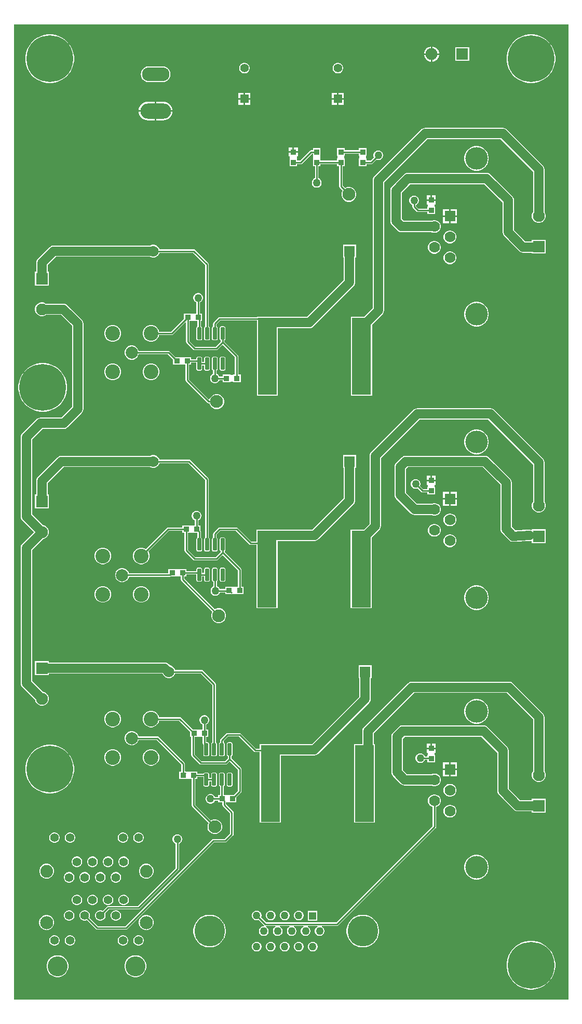
<source format=gtl>
G04*
G04 #@! TF.GenerationSoftware,Altium Limited,Altium Designer,21.2.2 (38)*
G04*
G04 Layer_Physical_Order=1*
G04 Layer_Color=255*
%FSLAX25Y25*%
%MOIN*%
G70*
G04*
G04 #@! TF.SameCoordinates,C702BCCC-9178-47BC-8446-E92931C6D717*
G04*
G04*
G04 #@! TF.FilePolarity,Positive*
G04*
G01*
G75*
%ADD15C,0.01000*%
%ADD18R,0.12402X0.49213*%
G04:AMPARAMS|DCode=19|XSize=77.56mil|YSize=23.62mil|CornerRadius=2.95mil|HoleSize=0mil|Usage=FLASHONLY|Rotation=270.000|XOffset=0mil|YOffset=0mil|HoleType=Round|Shape=RoundedRectangle|*
%AMROUNDEDRECTD19*
21,1,0.07756,0.01772,0,0,270.0*
21,1,0.07165,0.02362,0,0,270.0*
1,1,0.00591,-0.00886,-0.03583*
1,1,0.00591,-0.00886,0.03583*
1,1,0.00591,0.00886,0.03583*
1,1,0.00591,0.00886,-0.03583*
%
%ADD19ROUNDEDRECTD19*%
%ADD20R,0.03740X0.03740*%
%ADD21R,0.03740X0.03740*%
%ADD29C,0.05600*%
%ADD30R,0.05600X0.05600*%
%ADD31C,0.07000*%
%ADD32R,0.07000X0.07000*%
%ADD45R,0.07000X0.07000*%
%ADD48C,0.06000*%
%ADD49C,0.05500*%
%ADD50C,0.08400*%
%ADD51C,0.08200*%
%ADD52C,0.12800*%
%ADD53C,0.19685*%
%ADD54C,0.05000*%
%ADD55R,0.05000X0.05000*%
%ADD56R,0.07677X0.07677*%
%ADD57C,0.07677*%
%ADD58R,0.07677X0.07677*%
%ADD59C,0.03000*%
%ADD60C,0.30000*%
%ADD61O,0.19685X0.09843*%
%ADD62O,0.17717X0.08858*%
%ADD63C,0.07874*%
%ADD64C,0.09449*%
%ADD65C,0.08268*%
%ADD66C,0.14500*%
G36*
X998000Y102000D02*
X642000D01*
Y728000D01*
X998000D01*
Y102000D01*
D02*
G37*
%LPC*%
G36*
X910795Y713839D02*
X910657D01*
Y709500D01*
X914996D01*
Y709637D01*
X914666Y710868D01*
X914029Y711971D01*
X913128Y712872D01*
X912025Y713509D01*
X910795Y713839D01*
D02*
G37*
G36*
X909657D02*
X909521D01*
X908290Y713509D01*
X907187Y712872D01*
X906286Y711971D01*
X905649Y710868D01*
X905319Y709637D01*
Y709500D01*
X909657D01*
Y713839D01*
D02*
G37*
G36*
X934281Y713439D02*
X925404D01*
Y704561D01*
X934281D01*
Y713439D01*
D02*
G37*
G36*
X914996Y708500D02*
X910657D01*
Y704161D01*
X910795D01*
X912025Y704491D01*
X913128Y705128D01*
X914029Y706029D01*
X914666Y707132D01*
X914996Y708363D01*
Y708500D01*
D02*
G37*
G36*
X909657D02*
X905319D01*
Y708363D01*
X905649Y707132D01*
X906286Y706029D01*
X907187Y705128D01*
X908290Y704491D01*
X909521Y704161D01*
X909657D01*
Y708500D01*
D02*
G37*
G36*
X850448Y703400D02*
X849552D01*
X848688Y703168D01*
X847912Y702721D01*
X847279Y702088D01*
X846832Y701312D01*
X846600Y700448D01*
Y699552D01*
X846832Y698688D01*
X847279Y697912D01*
X847912Y697279D01*
X848688Y696832D01*
X849552Y696600D01*
X850448D01*
X851312Y696832D01*
X852088Y697279D01*
X852721Y697912D01*
X853168Y698688D01*
X853400Y699552D01*
Y700448D01*
X853168Y701312D01*
X852721Y702088D01*
X852088Y702721D01*
X851312Y703168D01*
X850448Y703400D01*
D02*
G37*
G36*
X790448D02*
X789552D01*
X788688Y703168D01*
X787912Y702721D01*
X787279Y702088D01*
X786832Y701312D01*
X786600Y700448D01*
Y699552D01*
X786832Y698688D01*
X787279Y697912D01*
X787912Y697279D01*
X788688Y696832D01*
X789552Y696600D01*
X790448D01*
X791312Y696832D01*
X792088Y697279D01*
X792721Y697912D01*
X793168Y698688D01*
X793400Y699552D01*
Y700448D01*
X793168Y701312D01*
X792721Y702088D01*
X792088Y702721D01*
X791312Y703168D01*
X790448Y703400D01*
D02*
G37*
G36*
X737429Y701073D02*
X728571D01*
X727258Y700900D01*
X726035Y700393D01*
X724984Y699587D01*
X724178Y698536D01*
X723671Y697313D01*
X723498Y696000D01*
X723671Y694687D01*
X724178Y693464D01*
X724984Y692413D01*
X726035Y691607D01*
X727258Y691100D01*
X728571Y690928D01*
X737429D01*
X738742Y691100D01*
X739965Y691607D01*
X741016Y692413D01*
X741822Y693464D01*
X742329Y694687D01*
X742502Y696000D01*
X742329Y697313D01*
X741822Y698536D01*
X741016Y699587D01*
X739965Y700393D01*
X738742Y700900D01*
X737429Y701073D01*
D02*
G37*
G36*
X975228Y721600D02*
X972772D01*
X970347Y721216D01*
X968012Y720457D01*
X965824Y719342D01*
X963837Y717899D01*
X962101Y716163D01*
X960658Y714176D01*
X959543Y711988D01*
X958784Y709653D01*
X958400Y707228D01*
Y704772D01*
X958784Y702347D01*
X959543Y700012D01*
X960658Y697824D01*
X962101Y695837D01*
X963837Y694101D01*
X965824Y692658D01*
X968012Y691543D01*
X970347Y690784D01*
X972772Y690400D01*
X975228D01*
X977653Y690784D01*
X979988Y691543D01*
X982176Y692658D01*
X984163Y694101D01*
X985899Y695837D01*
X987342Y697824D01*
X988457Y700012D01*
X989216Y702347D01*
X989600Y704772D01*
Y707228D01*
X989216Y709653D01*
X988457Y711988D01*
X987342Y714176D01*
X985899Y716163D01*
X984163Y717899D01*
X982176Y719342D01*
X979988Y720457D01*
X977653Y721216D01*
X975228Y721600D01*
D02*
G37*
G36*
X666228D02*
X663772D01*
X661347Y721216D01*
X659012Y720457D01*
X656824Y719342D01*
X654837Y717899D01*
X653101Y716163D01*
X651658Y714176D01*
X650543Y711988D01*
X649784Y709653D01*
X649400Y707228D01*
Y704772D01*
X649784Y702347D01*
X650543Y700012D01*
X651658Y697824D01*
X653101Y695837D01*
X654837Y694101D01*
X656824Y692658D01*
X659012Y691543D01*
X661347Y690784D01*
X663772Y690400D01*
X666228D01*
X668653Y690784D01*
X670988Y691543D01*
X673176Y692658D01*
X675163Y694101D01*
X676899Y695837D01*
X678342Y697824D01*
X679457Y700012D01*
X680216Y702347D01*
X680600Y704772D01*
Y707228D01*
X680216Y709653D01*
X679457Y711988D01*
X678342Y714176D01*
X676899Y716163D01*
X675163Y717899D01*
X673176Y719342D01*
X670988Y720457D01*
X668653Y721216D01*
X666228Y721600D01*
D02*
G37*
G36*
X853800Y684100D02*
X850500D01*
Y680800D01*
X853800D01*
Y684100D01*
D02*
G37*
G36*
X793800D02*
X790500D01*
Y680800D01*
X793800D01*
Y684100D01*
D02*
G37*
G36*
X849500D02*
X846200D01*
Y680800D01*
X849500D01*
Y684100D01*
D02*
G37*
G36*
X789500D02*
X786200D01*
Y680800D01*
X789500D01*
Y684100D01*
D02*
G37*
G36*
X853800Y679800D02*
X850500D01*
Y676500D01*
X853800D01*
Y679800D01*
D02*
G37*
G36*
X849500D02*
X846200D01*
Y676500D01*
X849500D01*
Y679800D01*
D02*
G37*
G36*
X793800D02*
X790500D01*
Y676500D01*
X793800D01*
Y679800D01*
D02*
G37*
G36*
X789500D02*
X786200D01*
Y676500D01*
X789500D01*
Y679800D01*
D02*
G37*
G36*
X737921Y678328D02*
X733500D01*
Y672878D01*
X743822D01*
X743757Y673539D01*
X743418Y674655D01*
X742868Y675683D01*
X742129Y676585D01*
X741227Y677325D01*
X740198Y677875D01*
X739082Y678214D01*
X737921Y678328D01*
D02*
G37*
G36*
X732500D02*
X728079D01*
X726918Y678214D01*
X725802Y677875D01*
X724773Y677325D01*
X723872Y676585D01*
X723132Y675683D01*
X722582Y674655D01*
X722243Y673539D01*
X722178Y672878D01*
X732500D01*
Y678328D01*
D02*
G37*
G36*
X743822Y671878D02*
X733500D01*
Y666428D01*
X737921D01*
X739082Y666542D01*
X740198Y666881D01*
X741227Y667431D01*
X742129Y668171D01*
X742868Y669072D01*
X743418Y670101D01*
X743757Y671217D01*
X743822Y671878D01*
D02*
G37*
G36*
X732500D02*
X722178D01*
X722243Y671217D01*
X722582Y670101D01*
X723132Y669072D01*
X723872Y668171D01*
X724773Y667431D01*
X725802Y666881D01*
X726918Y666542D01*
X728079Y666428D01*
X732500D01*
Y671878D01*
D02*
G37*
G36*
X868470Y648604D02*
X863530D01*
Y647255D01*
X854470D01*
Y648604D01*
X849530D01*
Y643664D01*
X849716D01*
X849776Y643575D01*
Y642000D01*
X849716Y641911D01*
X849530D01*
Y640563D01*
X838895D01*
Y641911D01*
X838709D01*
X838649Y642000D01*
Y643575D01*
X838709Y643664D01*
X838895D01*
Y648604D01*
X833955D01*
Y647222D01*
X832923D01*
X832923Y647222D01*
X832494Y647136D01*
X832130Y646893D01*
X832130Y646893D01*
X825799Y640563D01*
X823895D01*
Y641911D01*
X823709D01*
X823649Y642000D01*
Y643264D01*
X824295D01*
Y645634D01*
X821425D01*
X818555D01*
Y643264D01*
X819201D01*
Y642000D01*
X819141Y641911D01*
X818955D01*
Y636971D01*
X823895D01*
Y638319D01*
X826264D01*
X826264Y638319D01*
X826693Y638405D01*
X827057Y638648D01*
X833387Y644978D01*
X833955D01*
Y643664D01*
X834142D01*
X834201Y643575D01*
Y642000D01*
X834142Y641911D01*
X833955D01*
Y636971D01*
X835304D01*
Y629284D01*
X835229Y629263D01*
X834522Y628855D01*
X833945Y628278D01*
X833537Y627571D01*
X833325Y626783D01*
Y625967D01*
X833537Y625178D01*
X833945Y624471D01*
X834522Y623894D01*
X835229Y623486D01*
X836017Y623275D01*
X836833D01*
X837622Y623486D01*
X838329Y623894D01*
X838906Y624471D01*
X839314Y625178D01*
X839525Y625967D01*
Y626783D01*
X839314Y627571D01*
X838906Y628278D01*
X838329Y628855D01*
X837622Y629263D01*
X837547Y629284D01*
Y636971D01*
X838895D01*
Y638319D01*
X849530D01*
Y636971D01*
X850878D01*
Y623984D01*
X850878Y623984D01*
X850964Y623555D01*
X851207Y623191D01*
X853041Y621357D01*
X852675Y620725D01*
X852353Y619521D01*
Y618274D01*
X852675Y617070D01*
X853299Y615991D01*
X854180Y615110D01*
X855259Y614486D01*
X856463Y614164D01*
X857710D01*
X858914Y614486D01*
X859993Y615110D01*
X860875Y615991D01*
X861498Y617070D01*
X861821Y618274D01*
Y619521D01*
X861498Y620725D01*
X860875Y621804D01*
X859993Y622686D01*
X858914Y623309D01*
X857710Y623631D01*
X856463D01*
X855259Y623309D01*
X854627Y622944D01*
X853122Y624449D01*
Y636971D01*
X854470D01*
Y641911D01*
X854284D01*
X854224Y642000D01*
Y643575D01*
X854284Y643664D01*
X854470D01*
Y645012D01*
X863530D01*
Y643664D01*
X863716D01*
X863776Y643575D01*
Y642000D01*
X863716Y641911D01*
X863530D01*
Y636971D01*
X868470D01*
Y638319D01*
X871441D01*
X871441Y638319D01*
X871870Y638405D01*
X872234Y638648D01*
X874736Y641150D01*
X874803Y641111D01*
X875592Y640900D01*
X876408D01*
X877197Y641111D01*
X877903Y641519D01*
X878481Y642097D01*
X878889Y642803D01*
X879100Y643592D01*
Y644408D01*
X878889Y645197D01*
X878481Y645903D01*
X877903Y646481D01*
X877197Y646889D01*
X876408Y647100D01*
X875592D01*
X874803Y646889D01*
X874097Y646481D01*
X873519Y645903D01*
X873111Y645197D01*
X872900Y644408D01*
Y643592D01*
X873111Y642803D01*
X873150Y642736D01*
X870976Y640563D01*
X868470D01*
Y641911D01*
X868284D01*
X868224Y642000D01*
Y643575D01*
X868284Y643664D01*
X868470D01*
Y648604D01*
D02*
G37*
G36*
X824295Y649004D02*
X821925D01*
Y646634D01*
X824295D01*
Y649004D01*
D02*
G37*
G36*
X820925D02*
X818555D01*
Y646634D01*
X820925D01*
Y649004D01*
D02*
G37*
G36*
X939773Y649850D02*
X938227D01*
X936710Y649548D01*
X935282Y648957D01*
X933996Y648098D01*
X932903Y647004D01*
X932043Y645718D01*
X931452Y644290D01*
X931150Y642773D01*
Y641227D01*
X931452Y639710D01*
X932043Y638282D01*
X932903Y636996D01*
X933996Y635903D01*
X935282Y635043D01*
X936710Y634452D01*
X938227Y634150D01*
X939773D01*
X941290Y634452D01*
X942718Y635043D01*
X944004Y635903D01*
X945098Y636996D01*
X945957Y638282D01*
X946548Y639710D01*
X946850Y641227D01*
Y642773D01*
X946548Y644290D01*
X945957Y645718D01*
X945098Y647004D01*
X944004Y648098D01*
X942718Y648957D01*
X941290Y649548D01*
X939773Y649850D01*
D02*
G37*
G36*
X912870Y618217D02*
X910500D01*
Y615846D01*
X912870D01*
Y618217D01*
D02*
G37*
G36*
X909500D02*
X907130D01*
Y615846D01*
X909500D01*
Y618217D01*
D02*
G37*
G36*
X899408Y618100D02*
X898592D01*
X897803Y617889D01*
X897097Y617481D01*
X896519Y616903D01*
X896111Y616197D01*
X895900Y615408D01*
Y614592D01*
X896111Y613803D01*
X896519Y613097D01*
X897097Y612519D01*
X897803Y612111D01*
X897878Y612091D01*
Y611000D01*
X897878Y611000D01*
X897964Y610571D01*
X898207Y610207D01*
X900553Y607861D01*
X900917Y607617D01*
X901346Y607532D01*
X901346Y607532D01*
X907530D01*
Y606183D01*
X912470D01*
Y611124D01*
X912284D01*
X912224Y611213D01*
Y612476D01*
X912870D01*
Y614847D01*
X910000D01*
X907130D01*
Y612476D01*
X907776D01*
Y611213D01*
X907716Y611124D01*
X907530D01*
Y609775D01*
X901811D01*
X900122Y611465D01*
Y612091D01*
X900197Y612111D01*
X900903Y612519D01*
X901481Y613097D01*
X901889Y613803D01*
X902100Y614592D01*
Y615408D01*
X901889Y616197D01*
X901481Y616903D01*
X900903Y617481D01*
X900197Y617889D01*
X899408Y618100D01*
D02*
G37*
G36*
X926500Y609500D02*
X922500D01*
Y605500D01*
X926500D01*
Y609500D01*
D02*
G37*
G36*
X921500D02*
X917500D01*
Y605500D01*
X921500D01*
Y609500D01*
D02*
G37*
G36*
X906000Y661631D02*
X905060Y661507D01*
X904185Y661145D01*
X903432Y660568D01*
X903432Y660568D01*
X873433Y630568D01*
X872855Y629815D01*
X872493Y628940D01*
X872369Y628000D01*
Y545693D01*
X866882Y540206D01*
X858416D01*
Y489794D01*
X872017D01*
Y535071D01*
X878568Y541621D01*
X878568Y541621D01*
X879145Y542374D01*
X879507Y543249D01*
X879631Y544189D01*
Y626496D01*
X907504Y654369D01*
X954496D01*
X975369Y633496D01*
Y607588D01*
X974864Y606713D01*
X974561Y605584D01*
Y604416D01*
X974864Y603287D01*
X975448Y602275D01*
X976275Y601448D01*
X977287Y600864D01*
X978416Y600561D01*
X979584D01*
X980713Y600864D01*
X981725Y601448D01*
X982552Y602275D01*
X983136Y603287D01*
X983439Y604416D01*
Y605584D01*
X983136Y606713D01*
X982631Y607588D01*
Y635000D01*
X982507Y635940D01*
X982145Y636816D01*
X981567Y637568D01*
X958568Y660568D01*
X957815Y661145D01*
X956940Y661507D01*
X956000Y661631D01*
X906000D01*
X906000Y661631D01*
D02*
G37*
G36*
X926500Y604500D02*
X922500D01*
Y600500D01*
X926500D01*
Y604500D01*
D02*
G37*
G36*
X921500D02*
X917500D01*
Y600500D01*
X921500D01*
Y604500D01*
D02*
G37*
G36*
X922540Y595714D02*
X921460D01*
X920417Y595435D01*
X919483Y594895D01*
X918719Y594132D01*
X918179Y593197D01*
X917900Y592154D01*
Y591074D01*
X918179Y590032D01*
X918719Y589097D01*
X919483Y588333D01*
X920417Y587794D01*
X921460Y587514D01*
X922540D01*
X923582Y587794D01*
X924518Y588333D01*
X925281Y589097D01*
X925821Y590032D01*
X926100Y591074D01*
Y592154D01*
X925821Y593197D01*
X925281Y594132D01*
X924518Y594895D01*
X923582Y595435D01*
X922540Y595714D01*
D02*
G37*
G36*
X945566Y632731D02*
X894900D01*
X893960Y632607D01*
X893085Y632245D01*
X892332Y631668D01*
X892332Y631668D01*
X884733Y624068D01*
X884155Y623315D01*
X883793Y622440D01*
X883669Y621500D01*
Y601822D01*
X883793Y600882D01*
X884155Y600006D01*
X884733Y599254D01*
X888247Y595740D01*
X888247Y595740D01*
X888999Y595162D01*
X889875Y594800D01*
X890815Y594676D01*
X910089D01*
X910417Y594487D01*
X911460Y594207D01*
X912540D01*
X913583Y594487D01*
X914517Y595026D01*
X915281Y595790D01*
X915821Y596725D01*
X916100Y597767D01*
Y598847D01*
X915821Y599890D01*
X915281Y600824D01*
X914517Y601588D01*
X913583Y602128D01*
X912540Y602407D01*
X911460D01*
X910417Y602128D01*
X910089Y601938D01*
X892319D01*
X890931Y603326D01*
Y619996D01*
X896404Y625469D01*
X944062D01*
X955818Y613713D01*
Y594551D01*
X955941Y593611D01*
X956304Y592736D01*
X956881Y591984D01*
X966338Y582527D01*
X967090Y581950D01*
X967965Y581588D01*
X968905Y581464D01*
X974561D01*
Y580876D01*
X983439D01*
Y589753D01*
X974561D01*
Y588726D01*
X970409D01*
X963080Y596055D01*
Y615217D01*
X962956Y616157D01*
X962593Y617033D01*
X962016Y617785D01*
X948134Y631668D01*
X947382Y632245D01*
X946506Y632607D01*
X945566Y632731D01*
D02*
G37*
G36*
X912540Y589021D02*
X911460D01*
X910417Y588742D01*
X909482Y588202D01*
X908719Y587439D01*
X908179Y586504D01*
X907900Y585461D01*
Y584381D01*
X908179Y583339D01*
X908719Y582404D01*
X909482Y581640D01*
X910417Y581101D01*
X911460Y580821D01*
X912540D01*
X913583Y581101D01*
X914517Y581640D01*
X915281Y582404D01*
X915821Y583339D01*
X916100Y584381D01*
Y585461D01*
X915821Y586504D01*
X915281Y587439D01*
X914517Y588202D01*
X913583Y588742D01*
X912540Y589021D01*
D02*
G37*
G36*
X922540Y582328D02*
X921460D01*
X920417Y582049D01*
X919483Y581509D01*
X918719Y580746D01*
X918179Y579811D01*
X917900Y578768D01*
Y577689D01*
X918179Y576646D01*
X918719Y575711D01*
X919483Y574948D01*
X920417Y574408D01*
X921460Y574128D01*
X922540D01*
X923582Y574408D01*
X924518Y574948D01*
X925281Y575711D01*
X925821Y576646D01*
X926100Y577689D01*
Y578768D01*
X925821Y579811D01*
X925281Y580746D01*
X924518Y581509D01*
X923582Y582049D01*
X922540Y582328D01*
D02*
G37*
G36*
X760754Y555554D02*
X759938D01*
X759150Y555342D01*
X758443Y554934D01*
X757866Y554357D01*
X757458Y553650D01*
X757246Y552862D01*
Y552045D01*
X757458Y551257D01*
X757866Y550550D01*
X758443Y549973D01*
X759150Y549565D01*
X759225Y549545D01*
Y542470D01*
X757876D01*
Y542284D01*
X757787Y542224D01*
X756213D01*
X756124Y542284D01*
Y542470D01*
X751184D01*
Y539116D01*
X742835Y530767D01*
X735212D01*
X734962Y531701D01*
X734261Y532915D01*
X733269Y533906D01*
X732055Y534607D01*
X730701Y534970D01*
X729299D01*
X727945Y534607D01*
X726731Y533906D01*
X725739Y532915D01*
X725038Y531701D01*
X724676Y530347D01*
Y528945D01*
X725038Y527591D01*
X725739Y526376D01*
X726731Y525385D01*
X727945Y524684D01*
X729299Y524321D01*
X730701D01*
X732055Y524684D01*
X733269Y525385D01*
X734261Y526376D01*
X734962Y527591D01*
X735212Y528524D01*
X743299D01*
X743299Y528524D01*
X743728Y528609D01*
X744092Y528853D01*
X752070Y536830D01*
X752532Y536639D01*
Y524346D01*
X752532Y524346D01*
X752617Y523917D01*
X752860Y523553D01*
X757207Y519207D01*
X757207Y519207D01*
X757571Y518964D01*
X758000Y518878D01*
X758000Y518878D01*
X772000D01*
X772000Y518878D01*
X772429Y518964D01*
X772793Y519207D01*
X776000Y522414D01*
X783878Y514535D01*
Y503270D01*
X782776D01*
Y503084D01*
X782687Y503024D01*
X781113D01*
X781024Y503084D01*
Y503270D01*
X776084D01*
Y501947D01*
X773984D01*
X773964Y502022D01*
X773556Y502728D01*
X772978Y503306D01*
X772272Y503714D01*
X772159Y503744D01*
Y505834D01*
X772235Y505850D01*
X772531Y506047D01*
X772729Y506344D01*
X772799Y506693D01*
Y513858D01*
X772729Y514208D01*
X772531Y514504D01*
X772235Y514702D01*
X771886Y514771D01*
X770114D01*
X769765Y514702D01*
X769469Y514504D01*
X769271Y514208D01*
X769201Y513858D01*
Y506693D01*
X769271Y506344D01*
X769469Y506047D01*
X769765Y505850D01*
X769916Y505820D01*
Y503724D01*
X769878Y503714D01*
X769172Y503306D01*
X768594Y502728D01*
X768186Y502022D01*
X767975Y501233D01*
Y500417D01*
X768186Y499628D01*
X768594Y498922D01*
X769172Y498344D01*
X769878Y497936D01*
X770667Y497725D01*
X771483D01*
X772272Y497936D01*
X772978Y498344D01*
X773556Y498922D01*
X773964Y499628D01*
X773984Y499703D01*
X776084D01*
Y498330D01*
X781024D01*
Y498516D01*
X781113Y498576D01*
X782687D01*
X782776Y498516D01*
Y498330D01*
X787716D01*
Y503270D01*
X786122D01*
Y515000D01*
X786036Y515429D01*
X785793Y515793D01*
X785793Y515793D01*
X777122Y524465D01*
Y525276D01*
X777235Y525298D01*
X777531Y525496D01*
X777729Y525792D01*
X777799Y526142D01*
Y533307D01*
X777729Y533656D01*
X777531Y533953D01*
X777235Y534150D01*
X776886Y534220D01*
X775114D01*
X774765Y534150D01*
X774469Y533953D01*
X774271Y533656D01*
X774201Y533307D01*
Y526142D01*
X774271Y525792D01*
X774469Y525496D01*
X774765Y525298D01*
X774878Y525276D01*
Y524465D01*
X771535Y521122D01*
X758465D01*
X754775Y524811D01*
Y537530D01*
X756124D01*
Y537716D01*
X756213Y537776D01*
X757787D01*
X757876Y537716D01*
Y537530D01*
X759878D01*
Y534173D01*
X759765Y534150D01*
X759469Y533953D01*
X759271Y533656D01*
X759201Y533307D01*
Y526142D01*
X759271Y525792D01*
X759469Y525496D01*
X759765Y525298D01*
X760114Y525229D01*
X761886D01*
X762235Y525298D01*
X762531Y525496D01*
X762729Y525792D01*
X762799Y526142D01*
Y533307D01*
X762729Y533656D01*
X762531Y533953D01*
X762235Y534150D01*
X762122Y534173D01*
Y537530D01*
X762816D01*
Y542470D01*
X761468D01*
Y549545D01*
X761543Y549565D01*
X762250Y549973D01*
X762827Y550550D01*
X763235Y551257D01*
X763446Y552045D01*
Y552862D01*
X763235Y553650D01*
X762827Y554357D01*
X762250Y554934D01*
X761543Y555342D01*
X760754Y555554D01*
D02*
G37*
G36*
X861600Y586600D02*
X853400D01*
Y578400D01*
X853869D01*
Y564004D01*
X830102Y540238D01*
X807984D01*
X807747Y540206D01*
X797983D01*
Y540122D01*
X774000D01*
X774000Y540122D01*
X773571Y540036D01*
X773207Y539793D01*
X770207Y536793D01*
X769964Y536429D01*
X769878Y536000D01*
X769878Y536000D01*
Y534173D01*
X769765Y534150D01*
X769469Y533953D01*
X769271Y533656D01*
X769201Y533307D01*
Y526142D01*
X769271Y525792D01*
X769469Y525496D01*
X769765Y525298D01*
X770114Y525229D01*
X771886D01*
X772235Y525298D01*
X772531Y525496D01*
X772729Y525792D01*
X772799Y526142D01*
Y533307D01*
X772729Y533656D01*
X772531Y533953D01*
X772235Y534150D01*
X772122Y534173D01*
Y535535D01*
X774465Y537878D01*
X797983D01*
Y489794D01*
X811584D01*
Y532975D01*
X831606D01*
X832546Y533099D01*
X833422Y533462D01*
X834174Y534039D01*
X860067Y559932D01*
X860645Y560684D01*
X861007Y561560D01*
X861131Y562500D01*
Y578400D01*
X861600D01*
Y586600D01*
D02*
G37*
G36*
X939773Y549850D02*
X938227D01*
X936710Y549548D01*
X935282Y548957D01*
X933996Y548098D01*
X932903Y547004D01*
X932043Y545718D01*
X931452Y544290D01*
X931150Y542773D01*
Y541227D01*
X931452Y539710D01*
X932043Y538282D01*
X932903Y536996D01*
X933996Y535903D01*
X935282Y535043D01*
X936710Y534452D01*
X938227Y534150D01*
X939773D01*
X941290Y534452D01*
X942718Y535043D01*
X944004Y535903D01*
X945098Y536996D01*
X945957Y538282D01*
X946548Y539710D01*
X946850Y541227D01*
Y542773D01*
X946548Y544290D01*
X945957Y545718D01*
X945098Y547004D01*
X944004Y548098D01*
X942718Y548957D01*
X941290Y549548D01*
X939773Y549850D01*
D02*
G37*
G36*
X732040Y586600D02*
X730960D01*
X729917Y586321D01*
X729589Y586131D01*
X667500D01*
X666560Y586007D01*
X665685Y585645D01*
X664932Y585068D01*
X657432Y577568D01*
X656855Y576816D01*
X656493Y575940D01*
X656369Y575000D01*
Y569281D01*
X655561D01*
Y560404D01*
X664439D01*
Y569281D01*
X663631D01*
Y573496D01*
X669004Y578869D01*
X729589D01*
X729917Y578679D01*
X730960Y578400D01*
X732040D01*
X733082Y578679D01*
X734018Y579219D01*
X734781Y579983D01*
X735321Y580918D01*
X735444Y581378D01*
X757035D01*
X764878Y573535D01*
Y534173D01*
X764765Y534150D01*
X764469Y533953D01*
X764271Y533656D01*
X764201Y533307D01*
Y526142D01*
X764271Y525792D01*
X764469Y525496D01*
X764765Y525298D01*
X765114Y525229D01*
X766886D01*
X767235Y525298D01*
X767531Y525496D01*
X767729Y525792D01*
X767799Y526142D01*
Y533307D01*
X767729Y533656D01*
X767531Y533953D01*
X767235Y534150D01*
X767122Y534173D01*
Y574000D01*
X767122Y574000D01*
X767036Y574429D01*
X766793Y574793D01*
X766793Y574793D01*
X758293Y583293D01*
X757929Y583536D01*
X757500Y583622D01*
X757500Y583622D01*
X735444D01*
X735321Y584083D01*
X734781Y585017D01*
X734018Y585781D01*
X733082Y586321D01*
X732040Y586600D01*
D02*
G37*
G36*
X706055Y534970D02*
X704653D01*
X703299Y534607D01*
X702085Y533906D01*
X701094Y532915D01*
X700393Y531701D01*
X700030Y530347D01*
Y528945D01*
X700393Y527591D01*
X701094Y526376D01*
X702085Y525385D01*
X703299Y524684D01*
X704653Y524321D01*
X706055D01*
X707409Y524684D01*
X708624Y525385D01*
X709615Y526376D01*
X710316Y527591D01*
X710679Y528945D01*
Y530347D01*
X710316Y531701D01*
X709615Y532915D01*
X708624Y533906D01*
X707409Y534607D01*
X706055Y534970D01*
D02*
G37*
G36*
X776886Y514771D02*
X775114D01*
X774765Y514702D01*
X774469Y514504D01*
X774271Y514208D01*
X774201Y513858D01*
Y506693D01*
X774271Y506344D01*
X774469Y506047D01*
X774765Y505850D01*
X775114Y505780D01*
X776886D01*
X777235Y505850D01*
X777531Y506047D01*
X777729Y506344D01*
X777799Y506693D01*
Y513858D01*
X777729Y514208D01*
X777531Y514504D01*
X777235Y514702D01*
X776886Y514771D01*
D02*
G37*
G36*
X718274Y521860D02*
X717080D01*
X715926Y521551D01*
X714891Y520953D01*
X714047Y520109D01*
X713449Y519074D01*
X713140Y517920D01*
Y516725D01*
X713449Y515572D01*
X714047Y514537D01*
X714891Y513692D01*
X715926Y513095D01*
X717080Y512786D01*
X718274D01*
X719428Y513095D01*
X720463Y513692D01*
X721308Y514537D01*
X721905Y515572D01*
X722074Y516201D01*
X740866D01*
X744183Y512884D01*
Y509530D01*
X749124D01*
Y509716D01*
X749213Y509776D01*
X750787D01*
X750876Y509716D01*
Y509530D01*
X752225D01*
Y499654D01*
X752225Y499654D01*
X752310Y499224D01*
X752553Y498861D01*
X766307Y485107D01*
X766307Y485107D01*
X766671Y484864D01*
X767100Y484778D01*
X767100Y484778D01*
X767600D01*
X767789Y484073D01*
X768412Y482993D01*
X769293Y482112D01*
X770373Y481489D01*
X771577Y481166D01*
X772823D01*
X774027Y481489D01*
X775107Y482112D01*
X775988Y482993D01*
X776611Y484073D01*
X776934Y485277D01*
Y486523D01*
X776611Y487727D01*
X775988Y488807D01*
X775107Y489688D01*
X774027Y490311D01*
X772823Y490634D01*
X771577D01*
X770373Y490311D01*
X769293Y489688D01*
X768412Y488807D01*
X767789Y487727D01*
X767742Y487552D01*
X767184Y487402D01*
X754468Y500118D01*
Y509530D01*
X755817D01*
Y510878D01*
X759201D01*
Y506693D01*
X759271Y506344D01*
X759469Y506047D01*
X759765Y505850D01*
X760114Y505780D01*
X761886D01*
X762235Y505850D01*
X762531Y506047D01*
X762729Y506344D01*
X762799Y506693D01*
Y509154D01*
X764201D01*
Y506693D01*
X764271Y506344D01*
X764469Y506047D01*
X764765Y505850D01*
X765114Y505780D01*
X766886D01*
X767235Y505850D01*
X767531Y506047D01*
X767729Y506344D01*
X767799Y506693D01*
Y513858D01*
X767729Y514208D01*
X767531Y514504D01*
X767235Y514702D01*
X766886Y514771D01*
X765114D01*
X764765Y514702D01*
X764469Y514504D01*
X764271Y514208D01*
X764201Y513858D01*
Y511397D01*
X762799D01*
Y513858D01*
X762729Y514208D01*
X762531Y514504D01*
X762235Y514702D01*
X761886Y514771D01*
X760114D01*
X759765Y514702D01*
X759469Y514504D01*
X759271Y514208D01*
X759201Y513858D01*
Y513122D01*
X755817D01*
Y514470D01*
X750876D01*
Y514284D01*
X750787Y514224D01*
X749213D01*
X749124Y514284D01*
Y514470D01*
X745770D01*
X742124Y518116D01*
X741760Y518359D01*
X741331Y518444D01*
X741331Y518444D01*
X722074D01*
X721905Y519074D01*
X721308Y520109D01*
X720463Y520953D01*
X719428Y521551D01*
X718274Y521860D01*
D02*
G37*
G36*
X730701Y510324D02*
X729299D01*
X727945Y509962D01*
X726731Y509261D01*
X725739Y508269D01*
X725038Y507055D01*
X724676Y505701D01*
Y504299D01*
X725038Y502945D01*
X725739Y501731D01*
X726731Y500739D01*
X727945Y500038D01*
X729299Y499676D01*
X730701D01*
X732055Y500038D01*
X733269Y500739D01*
X734261Y501731D01*
X734962Y502945D01*
X735324Y504299D01*
Y505701D01*
X734962Y507055D01*
X734261Y508269D01*
X733269Y509261D01*
X732055Y509962D01*
X730701Y510324D01*
D02*
G37*
G36*
X706055D02*
X704653D01*
X703299Y509962D01*
X702085Y509261D01*
X701094Y508269D01*
X700393Y507055D01*
X700030Y505701D01*
Y504299D01*
X700393Y502945D01*
X701094Y501731D01*
X702085Y500739D01*
X703299Y500038D01*
X704653Y499676D01*
X706055D01*
X707409Y500038D01*
X708624Y500739D01*
X709615Y501731D01*
X710316Y502945D01*
X710679Y504299D01*
Y505701D01*
X710316Y507055D01*
X709615Y508269D01*
X708624Y509261D01*
X707409Y509962D01*
X706055Y510324D01*
D02*
G37*
G36*
X661728Y510600D02*
X659272D01*
X656847Y510216D01*
X654512Y509457D01*
X652324Y508342D01*
X650337Y506899D01*
X648601Y505163D01*
X647158Y503176D01*
X646043Y500988D01*
X645284Y498653D01*
X644900Y496228D01*
Y493772D01*
X645284Y491347D01*
X646043Y489012D01*
X647158Y486824D01*
X648601Y484837D01*
X650337Y483101D01*
X652324Y481658D01*
X654512Y480543D01*
X656847Y479784D01*
X659272Y479400D01*
X661728D01*
X664153Y479784D01*
X666488Y480543D01*
X668676Y481658D01*
X670663Y483101D01*
X672399Y484837D01*
X673842Y486824D01*
X674957Y489012D01*
X675716Y491347D01*
X676100Y493772D01*
Y496228D01*
X675716Y498653D01*
X674957Y500988D01*
X673842Y503176D01*
X672399Y505163D01*
X670663Y506899D01*
X668676Y508342D01*
X666488Y509457D01*
X664153Y510216D01*
X661728Y510600D01*
D02*
G37*
G36*
X939773Y467850D02*
X938227D01*
X936710Y467548D01*
X935282Y466957D01*
X933996Y466097D01*
X932903Y465004D01*
X932043Y463718D01*
X931452Y462290D01*
X931150Y460773D01*
Y459227D01*
X931452Y457710D01*
X932043Y456282D01*
X932903Y454996D01*
X933996Y453902D01*
X935282Y453043D01*
X936710Y452452D01*
X938227Y452150D01*
X939773D01*
X941290Y452452D01*
X942718Y453043D01*
X944004Y453902D01*
X945098Y454996D01*
X945957Y456282D01*
X946548Y457710D01*
X946850Y459227D01*
Y460773D01*
X946548Y462290D01*
X945957Y463718D01*
X945098Y465004D01*
X944004Y466097D01*
X942718Y466957D01*
X941290Y467548D01*
X939773Y467850D01*
D02*
G37*
G36*
X912870Y438216D02*
X910500D01*
Y435847D01*
X912870D01*
Y438216D01*
D02*
G37*
G36*
X909500D02*
X907130D01*
Y435847D01*
X909500D01*
Y438216D01*
D02*
G37*
G36*
X900408Y436100D02*
X899592D01*
X898803Y435889D01*
X898097Y435481D01*
X897519Y434903D01*
X897111Y434197D01*
X896900Y433408D01*
Y432592D01*
X897111Y431803D01*
X897519Y431097D01*
X898097Y430519D01*
X898803Y430111D01*
X899592Y429900D01*
X900408D01*
X901197Y430111D01*
X901264Y430150D01*
X903553Y427861D01*
X903553Y427860D01*
X903917Y427617D01*
X904346Y427532D01*
X904346Y427532D01*
X907530D01*
Y426184D01*
X912470D01*
Y431124D01*
X912284D01*
X912224Y431213D01*
Y432476D01*
X912870D01*
Y434846D01*
X910000D01*
X907130D01*
Y432476D01*
X907776D01*
Y431213D01*
X907716Y431124D01*
X907530D01*
Y429775D01*
X904811D01*
X902850Y431736D01*
X902889Y431803D01*
X903100Y432592D01*
Y433408D01*
X902889Y434197D01*
X902481Y434903D01*
X901903Y435481D01*
X901197Y435889D01*
X900408Y436100D01*
D02*
G37*
G36*
X926500Y427886D02*
X922500D01*
Y423886D01*
X926500D01*
Y427886D01*
D02*
G37*
G36*
X921500D02*
X917500D01*
Y423886D01*
X921500D01*
Y427886D01*
D02*
G37*
G36*
X926500Y422886D02*
X922500D01*
Y418886D01*
X926500D01*
Y422886D01*
D02*
G37*
G36*
X921500D02*
X917500D01*
Y418886D01*
X921500D01*
Y422886D01*
D02*
G37*
G36*
X901000Y481631D02*
X900060Y481507D01*
X899185Y481145D01*
X898433Y480568D01*
X898432Y480568D01*
X871432Y453568D01*
X870855Y452815D01*
X870493Y451940D01*
X870369Y451000D01*
Y407393D01*
X866682Y403706D01*
X858216D01*
Y353294D01*
X871817D01*
Y381464D01*
X871848Y381701D01*
X871848Y381701D01*
Y398602D01*
X876567Y403322D01*
X876567Y403322D01*
X877145Y404074D01*
X877507Y404950D01*
X877631Y405889D01*
Y449496D01*
X902504Y474369D01*
X946496D01*
X975369Y445496D01*
Y421768D01*
X974864Y420893D01*
X974561Y419764D01*
Y418596D01*
X974864Y417467D01*
X975448Y416455D01*
X976275Y415628D01*
X977287Y415044D01*
X978416Y414741D01*
X979584D01*
X980713Y415044D01*
X981725Y415628D01*
X982552Y416455D01*
X983136Y417467D01*
X983439Y418596D01*
Y419764D01*
X983136Y420893D01*
X982631Y421768D01*
Y447000D01*
X982507Y447940D01*
X982145Y448815D01*
X981567Y449568D01*
X950568Y480568D01*
X949815Y481145D01*
X948940Y481507D01*
X948000Y481631D01*
X901000D01*
X901000Y481631D01*
D02*
G37*
G36*
X759755Y415746D02*
X758938D01*
X758150Y415535D01*
X757443Y415127D01*
X756866Y414550D01*
X756458Y413843D01*
X756246Y413055D01*
Y412238D01*
X756458Y411450D01*
X756866Y410743D01*
X757443Y410166D01*
X758150Y409758D01*
X758225Y409738D01*
Y406470D01*
X756876D01*
Y406284D01*
X756787Y406224D01*
X755213D01*
X755124Y406284D01*
Y406470D01*
X750183D01*
Y405122D01*
X741000D01*
X741000Y405122D01*
X740571Y405036D01*
X740207Y404793D01*
X726715Y391301D01*
X725878Y391784D01*
X724524Y392147D01*
X723122D01*
X721768Y391784D01*
X720554Y391083D01*
X719562Y390092D01*
X718861Y388878D01*
X718498Y387524D01*
Y386122D01*
X718861Y384768D01*
X719562Y383554D01*
X720554Y382562D01*
X721768Y381861D01*
X723122Y381498D01*
X724524D01*
X725878Y381861D01*
X727092Y382562D01*
X728083Y383554D01*
X728784Y384768D01*
X729147Y386122D01*
Y387524D01*
X728784Y388878D01*
X728301Y389715D01*
X741465Y402879D01*
X750183D01*
Y401530D01*
X751532D01*
Y390347D01*
X751532Y390346D01*
X751617Y389917D01*
X751861Y389553D01*
X757207Y384207D01*
X757207Y384207D01*
X757571Y383964D01*
X758000Y383878D01*
X758000Y383878D01*
X772000D01*
X772000Y383878D01*
X772429Y383964D01*
X772793Y384207D01*
X776000Y387414D01*
X785878Y377535D01*
Y367170D01*
X784476D01*
Y366984D01*
X784387Y366924D01*
X782813D01*
X782724Y366984D01*
Y367170D01*
X777783D01*
Y365522D01*
X774309D01*
X774289Y365597D01*
X773881Y366303D01*
X773303Y366881D01*
X772597Y367289D01*
X772322Y367362D01*
Y370407D01*
X772531Y370548D01*
X772729Y370844D01*
X772799Y371193D01*
Y378358D01*
X772729Y378708D01*
X772531Y379004D01*
X772235Y379202D01*
X771886Y379271D01*
X770114D01*
X769765Y379202D01*
X769469Y379004D01*
X769271Y378708D01*
X769201Y378358D01*
Y371193D01*
X769271Y370844D01*
X769469Y370548D01*
X769765Y370350D01*
X770078Y370287D01*
Y367217D01*
X769497Y366881D01*
X768919Y366303D01*
X768511Y365597D01*
X768300Y364808D01*
Y363992D01*
X768511Y363203D01*
X768919Y362497D01*
X769497Y361919D01*
X770203Y361511D01*
X770992Y361300D01*
X771808D01*
X772597Y361511D01*
X773303Y361919D01*
X773881Y362497D01*
X774289Y363203D01*
X774309Y363279D01*
X777783D01*
Y362230D01*
X781515D01*
X781624Y362208D01*
X781732Y362230D01*
X782724D01*
Y362416D01*
X782813Y362476D01*
X784387D01*
X784476Y362416D01*
Y362230D01*
X789417D01*
Y367170D01*
X788122D01*
Y378000D01*
X788122Y378000D01*
X788036Y378429D01*
X787793Y378793D01*
X777287Y389299D01*
X777273Y389438D01*
X777345Y389872D01*
X777531Y389996D01*
X777729Y390292D01*
X777799Y390642D01*
Y397807D01*
X777729Y398156D01*
X777531Y398452D01*
X777235Y398650D01*
X776886Y398720D01*
X775114D01*
X774765Y398650D01*
X774469Y398452D01*
X774271Y398156D01*
X774201Y397807D01*
Y390642D01*
X774271Y390292D01*
X774469Y389996D01*
X774655Y389872D01*
X774727Y389438D01*
X774713Y389299D01*
X771535Y386122D01*
X758465D01*
X753775Y390811D01*
Y401530D01*
X755124D01*
Y401716D01*
X755213Y401776D01*
X756787D01*
X756876Y401716D01*
Y401530D01*
X759878D01*
Y398673D01*
X759765Y398650D01*
X759469Y398452D01*
X759271Y398156D01*
X759201Y397807D01*
Y391273D01*
X759197Y391254D01*
X759201Y391234D01*
Y390642D01*
X759271Y390292D01*
X759469Y389996D01*
X759765Y389798D01*
X760114Y389729D01*
X761886D01*
X762235Y389798D01*
X762531Y389996D01*
X762729Y390292D01*
X762799Y390642D01*
Y397807D01*
X762729Y398156D01*
X762531Y398452D01*
X762235Y398650D01*
X762122Y398673D01*
Y402346D01*
X762036Y402776D01*
X761817Y403104D01*
Y406470D01*
X760468D01*
Y409738D01*
X760543Y409758D01*
X761250Y410166D01*
X761827Y410743D01*
X762235Y411450D01*
X762446Y412238D01*
Y413055D01*
X762235Y413843D01*
X761827Y414550D01*
X761250Y415127D01*
X760543Y415535D01*
X759755Y415746D01*
D02*
G37*
G36*
X922540Y414100D02*
X921460D01*
X920417Y413821D01*
X919483Y413281D01*
X918719Y412517D01*
X918179Y411583D01*
X917900Y410540D01*
Y409460D01*
X918179Y408418D01*
X918719Y407482D01*
X919483Y406719D01*
X920417Y406179D01*
X921460Y405900D01*
X922540D01*
X923582Y406179D01*
X924518Y406719D01*
X925281Y407482D01*
X925821Y408418D01*
X926100Y409460D01*
Y410540D01*
X925821Y411583D01*
X925281Y412517D01*
X924518Y413281D01*
X923582Y413821D01*
X922540Y414100D01*
D02*
G37*
G36*
X912540Y407407D02*
X911460D01*
X910417Y407128D01*
X909482Y406588D01*
X908719Y405825D01*
X908179Y404890D01*
X907900Y403847D01*
Y402767D01*
X908179Y401724D01*
X908719Y400790D01*
X909482Y400026D01*
X910417Y399486D01*
X911460Y399207D01*
X912540D01*
X913583Y399486D01*
X914517Y400026D01*
X915281Y400790D01*
X915821Y401724D01*
X916100Y402767D01*
Y403847D01*
X915821Y404890D01*
X915281Y405825D01*
X914517Y406588D01*
X913583Y407128D01*
X912540Y407407D01*
D02*
G37*
G36*
X861600Y451600D02*
X853400D01*
Y443400D01*
X853869D01*
Y424004D01*
X833602Y403737D01*
X807784D01*
X807547Y403706D01*
X797783D01*
Y396122D01*
X794465D01*
X785793Y404793D01*
X785429Y405036D01*
X785000Y405122D01*
X785000Y405122D01*
X774000D01*
X774000Y405122D01*
X773571Y405036D01*
X773207Y404793D01*
X770207Y401793D01*
X769964Y401429D01*
X769878Y401000D01*
X769878Y401000D01*
Y398673D01*
X769765Y398650D01*
X769469Y398452D01*
X769271Y398156D01*
X769201Y397807D01*
Y390642D01*
X769271Y390292D01*
X769469Y389996D01*
X769765Y389798D01*
X770114Y389729D01*
X771886D01*
X772235Y389798D01*
X772531Y389996D01*
X772729Y390292D01*
X772799Y390642D01*
Y397807D01*
X772729Y398156D01*
X772531Y398452D01*
X772235Y398650D01*
X772122Y398673D01*
Y400535D01*
X774465Y402879D01*
X784535D01*
X793207Y394207D01*
X793207Y394207D01*
X793571Y393964D01*
X794000Y393879D01*
X797783D01*
Y353294D01*
X811384D01*
Y396475D01*
X835106D01*
X836046Y396599D01*
X836922Y396962D01*
X837674Y397539D01*
X860067Y419932D01*
X860645Y420684D01*
X861007Y421560D01*
X861131Y422500D01*
Y443400D01*
X861600D01*
Y451600D01*
D02*
G37*
G36*
X944500Y451131D02*
X893515D01*
X892575Y451007D01*
X891699Y450645D01*
X890947Y450068D01*
X890947Y450068D01*
X887432Y446553D01*
X886855Y445801D01*
X886493Y444925D01*
X886369Y443985D01*
Y426000D01*
X886493Y425060D01*
X886855Y424185D01*
X887432Y423432D01*
X896739Y414125D01*
X896739Y414125D01*
X897491Y413548D01*
X898367Y413186D01*
X899307Y413062D01*
X899307Y413062D01*
X910089D01*
X910417Y412872D01*
X911460Y412593D01*
X912540D01*
X913583Y412872D01*
X914517Y413412D01*
X915281Y414176D01*
X915821Y415110D01*
X916100Y416153D01*
Y417233D01*
X915821Y418275D01*
X915281Y419210D01*
X914517Y419974D01*
X913583Y420513D01*
X912540Y420793D01*
X911460D01*
X910417Y420513D01*
X910089Y420324D01*
X900811D01*
X893631Y427504D01*
Y442481D01*
X895019Y443869D01*
X942996D01*
X954369Y432496D01*
Y404000D01*
X954493Y403060D01*
X954855Y402184D01*
X955433Y401433D01*
X959937Y396927D01*
X960006Y396875D01*
X960061Y396809D01*
X960381Y396587D01*
X960690Y396350D01*
X960769Y396318D01*
X960840Y396268D01*
X961206Y396137D01*
X961565Y395988D01*
X961650Y395976D01*
X961732Y395947D01*
X962119Y395915D01*
X962505Y395864D01*
X962590Y395875D01*
X962676Y395868D01*
X973171Y396363D01*
X974061Y396523D01*
X974206Y396505D01*
X974561Y396280D01*
Y395056D01*
X983439D01*
Y403933D01*
X974561D01*
Y403689D01*
X974152Y403401D01*
X973773Y403538D01*
X972829Y403617D01*
X963937Y403198D01*
X961631Y405504D01*
Y434000D01*
X961507Y434940D01*
X961145Y435815D01*
X960567Y436568D01*
X960567Y436568D01*
X947068Y450068D01*
X946315Y450645D01*
X945440Y451007D01*
X944500Y451131D01*
D02*
G37*
G36*
X922540Y400714D02*
X921460D01*
X920417Y400435D01*
X919483Y399895D01*
X918719Y399132D01*
X918179Y398197D01*
X917900Y397154D01*
Y396074D01*
X918179Y395032D01*
X918719Y394097D01*
X919483Y393333D01*
X920417Y392794D01*
X921460Y392514D01*
X922540D01*
X923582Y392794D01*
X924518Y393333D01*
X925281Y394097D01*
X925821Y395032D01*
X926100Y396074D01*
Y397154D01*
X925821Y398197D01*
X925281Y399132D01*
X924518Y399895D01*
X923582Y400435D01*
X922540Y400714D01*
D02*
G37*
G36*
X732040Y451600D02*
X730960D01*
X729917Y451321D01*
X729590Y451131D01*
X672500D01*
X671560Y451008D01*
X670685Y450645D01*
X669933Y450068D01*
X657432Y437568D01*
X656855Y436816D01*
X656493Y435940D01*
X656369Y435000D01*
Y426281D01*
X655561D01*
Y417404D01*
X664439D01*
Y426281D01*
X663631D01*
Y433496D01*
X674004Y443869D01*
X729589D01*
X729917Y443679D01*
X730960Y443400D01*
X732040D01*
X733082Y443679D01*
X734017Y444219D01*
X734781Y444982D01*
X735321Y445918D01*
X735444Y446378D01*
X754035D01*
X764878Y435535D01*
Y398673D01*
X764765Y398650D01*
X764469Y398452D01*
X764271Y398156D01*
X764201Y397807D01*
Y390642D01*
X764271Y390292D01*
X764469Y389996D01*
X764765Y389798D01*
X765114Y389729D01*
X766886D01*
X767235Y389798D01*
X767531Y389996D01*
X767729Y390292D01*
X767799Y390642D01*
Y397807D01*
X767729Y398156D01*
X767531Y398452D01*
X767235Y398650D01*
X767122Y398673D01*
Y436000D01*
X767122Y436000D01*
X767036Y436429D01*
X766793Y436793D01*
X766793Y436793D01*
X755293Y448293D01*
X754929Y448536D01*
X754500Y448622D01*
X754500Y448622D01*
X735444D01*
X735321Y449083D01*
X734781Y450017D01*
X734017Y450781D01*
X733082Y451321D01*
X732040Y451600D01*
D02*
G37*
G36*
X699878Y392147D02*
X698476D01*
X697122Y391784D01*
X695908Y391083D01*
X694917Y390092D01*
X694216Y388878D01*
X693853Y387524D01*
Y386122D01*
X694216Y384768D01*
X694917Y383554D01*
X695908Y382562D01*
X697122Y381861D01*
X698476Y381498D01*
X699878D01*
X701232Y381861D01*
X702446Y382562D01*
X703438Y383554D01*
X704139Y384768D01*
X704502Y386122D01*
Y387524D01*
X704139Y388878D01*
X703438Y390092D01*
X702446Y391083D01*
X701232Y391784D01*
X699878Y392147D01*
D02*
G37*
G36*
X766886Y379271D02*
X765114D01*
X764765Y379202D01*
X764469Y379004D01*
X764271Y378708D01*
X764201Y378358D01*
Y375897D01*
X762799D01*
Y378358D01*
X762729Y378708D01*
X762531Y379004D01*
X762235Y379202D01*
X761886Y379271D01*
X760114D01*
X759765Y379202D01*
X759469Y379004D01*
X759271Y378708D01*
X759201Y378358D01*
Y377121D01*
X752816D01*
Y378470D01*
X747876D01*
Y378284D01*
X747787Y378224D01*
X746213D01*
X746124Y378284D01*
Y378470D01*
X742391D01*
X742283Y378492D01*
X742175Y378470D01*
X741184D01*
Y377479D01*
X741162Y377370D01*
X741184Y377261D01*
Y375751D01*
X715862D01*
X715728Y376251D01*
X715131Y377286D01*
X714286Y378131D01*
X713251Y378728D01*
X712097Y379037D01*
X710903D01*
X709749Y378728D01*
X708714Y378131D01*
X707869Y377286D01*
X707272Y376251D01*
X706963Y375097D01*
Y373903D01*
X707272Y372749D01*
X707869Y371714D01*
X708714Y370869D01*
X709749Y370272D01*
X710903Y369963D01*
X712097D01*
X713251Y370272D01*
X714286Y370869D01*
X715131Y371714D01*
X715728Y372749D01*
X715931Y373508D01*
X742283D01*
X742283Y373508D01*
X742392Y373530D01*
X746124D01*
Y373716D01*
X746213Y373776D01*
X747787D01*
X747876Y373716D01*
Y373530D01*
X749225D01*
Y371654D01*
X749225Y371654D01*
X749310Y371224D01*
X749553Y370861D01*
X769454Y350960D01*
X769089Y350327D01*
X768766Y349123D01*
Y347877D01*
X769089Y346673D01*
X769712Y345593D01*
X770593Y344712D01*
X771673Y344089D01*
X772877Y343766D01*
X774123D01*
X775327Y344089D01*
X776407Y344712D01*
X777288Y345593D01*
X777911Y346673D01*
X778234Y347877D01*
Y349123D01*
X777911Y350327D01*
X777288Y351407D01*
X776407Y352288D01*
X775327Y352911D01*
X774123Y353234D01*
X772877D01*
X771673Y352911D01*
X771040Y352546D01*
X751468Y372118D01*
Y373530D01*
X752816D01*
Y374879D01*
X759201D01*
Y371193D01*
X759271Y370844D01*
X759469Y370548D01*
X759765Y370350D01*
X760114Y370280D01*
X761886D01*
X762235Y370350D01*
X762531Y370548D01*
X762729Y370844D01*
X762799Y371193D01*
Y373654D01*
X764201D01*
Y371193D01*
X764271Y370844D01*
X764469Y370548D01*
X764765Y370350D01*
X765114Y370280D01*
X766886D01*
X767235Y370350D01*
X767531Y370548D01*
X767729Y370844D01*
X767799Y371193D01*
Y378358D01*
X767729Y378708D01*
X767531Y379004D01*
X767235Y379202D01*
X766886Y379271D01*
D02*
G37*
G36*
X776886D02*
X775114D01*
X774765Y379202D01*
X774469Y379004D01*
X774271Y378708D01*
X774201Y378358D01*
Y371193D01*
X774271Y370844D01*
X774469Y370548D01*
X774765Y370350D01*
X775114Y370280D01*
X776886D01*
X777235Y370350D01*
X777531Y370548D01*
X777729Y370844D01*
X777799Y371193D01*
Y378358D01*
X777729Y378708D01*
X777531Y379004D01*
X777235Y379202D01*
X776886Y379271D01*
D02*
G37*
G36*
X724524Y367502D02*
X723122D01*
X721768Y367139D01*
X720554Y366438D01*
X719562Y365446D01*
X718861Y364232D01*
X718498Y362878D01*
Y361476D01*
X718861Y360122D01*
X719562Y358908D01*
X720554Y357917D01*
X721768Y357216D01*
X723122Y356853D01*
X724524D01*
X725878Y357216D01*
X727092Y357917D01*
X728083Y358908D01*
X728784Y360122D01*
X729147Y361476D01*
Y362878D01*
X728784Y364232D01*
X728083Y365446D01*
X727092Y366438D01*
X725878Y367139D01*
X724524Y367502D01*
D02*
G37*
G36*
X699878D02*
X698476D01*
X697122Y367139D01*
X695908Y366438D01*
X694917Y365446D01*
X694216Y364232D01*
X693853Y362878D01*
Y361476D01*
X694216Y360122D01*
X694917Y358908D01*
X695908Y357917D01*
X697122Y357216D01*
X698476Y356853D01*
X699878D01*
X701232Y357216D01*
X702446Y357917D01*
X703438Y358908D01*
X704139Y360122D01*
X704502Y361476D01*
Y362878D01*
X704139Y364232D01*
X703438Y365446D01*
X702446Y366438D01*
X701232Y367139D01*
X699878Y367502D01*
D02*
G37*
G36*
X939773Y367850D02*
X938227D01*
X936710Y367548D01*
X935282Y366957D01*
X933996Y366097D01*
X932903Y365004D01*
X932043Y363718D01*
X931452Y362290D01*
X931150Y360773D01*
Y359227D01*
X931452Y357710D01*
X932043Y356282D01*
X932903Y354996D01*
X933996Y353903D01*
X935282Y353043D01*
X936710Y352452D01*
X938227Y352150D01*
X939773D01*
X941290Y352452D01*
X942718Y353043D01*
X944004Y353903D01*
X945098Y354996D01*
X945957Y356282D01*
X946548Y357710D01*
X946850Y359227D01*
Y360773D01*
X946548Y362290D01*
X945957Y363718D01*
X945098Y365004D01*
X944004Y366097D01*
X942718Y366957D01*
X941290Y367548D01*
X939773Y367850D01*
D02*
G37*
G36*
X660584Y549596D02*
X659416D01*
X658287Y549294D01*
X657275Y548709D01*
X656448Y547883D01*
X655864Y546871D01*
X655561Y545742D01*
Y544573D01*
X655864Y543444D01*
X656448Y542432D01*
X657275Y541606D01*
X658287Y541021D01*
X659416Y540719D01*
X660584D01*
X661713Y541021D01*
X662588Y541526D01*
X672339D01*
X679369Y534496D01*
Y482504D01*
X672496Y475631D01*
X659000D01*
X658060Y475507D01*
X657185Y475145D01*
X656432Y474568D01*
X647432Y465568D01*
X646855Y464816D01*
X646493Y463940D01*
X646369Y463000D01*
Y412157D01*
X646493Y411218D01*
X646855Y410342D01*
X647432Y409590D01*
X654865Y402157D01*
X647432Y394725D01*
X646855Y393973D01*
X646493Y393097D01*
X646369Y392157D01*
Y305157D01*
X646493Y304218D01*
X646855Y303342D01*
X647432Y302590D01*
X655603Y294420D01*
X655864Y293444D01*
X656448Y292432D01*
X657275Y291606D01*
X658287Y291021D01*
X659416Y290719D01*
X660584D01*
X661713Y291021D01*
X662725Y291606D01*
X663552Y292432D01*
X664136Y293444D01*
X664439Y294573D01*
Y295742D01*
X664136Y296871D01*
X663552Y297883D01*
X662725Y298709D01*
X661713Y299294D01*
X660738Y299555D01*
X653631Y306661D01*
Y390653D01*
X660738Y397760D01*
X661713Y398021D01*
X662725Y398606D01*
X663552Y399432D01*
X664136Y400444D01*
X664439Y401573D01*
Y402742D01*
X664136Y403871D01*
X663552Y404883D01*
X662725Y405709D01*
X661713Y406294D01*
X660738Y406555D01*
X653631Y413661D01*
Y461496D01*
X660504Y468369D01*
X674000D01*
X674940Y468493D01*
X675815Y468855D01*
X676568Y469432D01*
X685568Y478432D01*
X686145Y479184D01*
X686507Y480060D01*
X686631Y481000D01*
Y536000D01*
X686507Y536940D01*
X686145Y537816D01*
X685568Y538568D01*
X676410Y547725D01*
X675658Y548302D01*
X674782Y548665D01*
X673843Y548788D01*
X662588D01*
X661713Y549294D01*
X660584Y549596D01*
D02*
G37*
G36*
X939773Y294850D02*
X938227D01*
X936710Y294548D01*
X935282Y293957D01*
X933996Y293097D01*
X932903Y292004D01*
X932043Y290718D01*
X931452Y289290D01*
X931150Y287773D01*
Y286227D01*
X931452Y284710D01*
X932043Y283282D01*
X932903Y281996D01*
X933996Y280903D01*
X935282Y280043D01*
X936710Y279452D01*
X938227Y279150D01*
X939773D01*
X941290Y279452D01*
X942718Y280043D01*
X944004Y280903D01*
X945098Y281996D01*
X945957Y283282D01*
X946548Y284710D01*
X946850Y286227D01*
Y287773D01*
X946548Y289290D01*
X945957Y290718D01*
X945098Y292004D01*
X944004Y293097D01*
X942718Y293957D01*
X941290Y294548D01*
X939773Y294850D01*
D02*
G37*
G36*
X706055Y287470D02*
X704653D01*
X703299Y287107D01*
X702085Y286406D01*
X701094Y285415D01*
X700393Y284201D01*
X700030Y282847D01*
Y281445D01*
X700393Y280090D01*
X701094Y278876D01*
X702085Y277885D01*
X703299Y277184D01*
X704653Y276821D01*
X706055D01*
X707409Y277184D01*
X708624Y277885D01*
X709615Y278876D01*
X710316Y280090D01*
X710679Y281445D01*
Y282847D01*
X710316Y284201D01*
X709615Y285415D01*
X708624Y286406D01*
X707409Y287107D01*
X706055Y287470D01*
D02*
G37*
G36*
X912870Y266216D02*
X910500D01*
Y263846D01*
X912870D01*
Y266216D01*
D02*
G37*
G36*
X909500D02*
X907130D01*
Y263846D01*
X909500D01*
Y266216D01*
D02*
G37*
G36*
X871600Y316600D02*
X863400D01*
Y308400D01*
X863869D01*
Y296504D01*
X833402Y266038D01*
X809884D01*
X809647Y266006D01*
X799883D01*
Y263122D01*
X797465D01*
X787793Y272793D01*
X787429Y273036D01*
X787000Y273122D01*
X787000Y273122D01*
X779000D01*
X779000Y273122D01*
X778571Y273036D01*
X778207Y272793D01*
X778207Y272793D01*
X774707Y269293D01*
X774464Y268929D01*
X774378Y268500D01*
X774378Y268500D01*
Y267173D01*
X774265Y267150D01*
X773969Y266952D01*
X773771Y266656D01*
X773701Y266307D01*
Y259142D01*
X773771Y258792D01*
X773969Y258496D01*
X774265Y258298D01*
X774614Y258229D01*
X776386D01*
X776735Y258298D01*
X777031Y258496D01*
X777229Y258792D01*
X777299Y259142D01*
Y266307D01*
X777229Y266656D01*
X777031Y266952D01*
X776735Y267150D01*
X776622Y267173D01*
Y268035D01*
X779465Y270879D01*
X786535D01*
X796207Y261207D01*
X796207Y261207D01*
X796571Y260964D01*
X797000Y260878D01*
X797000Y260878D01*
X799883D01*
Y215594D01*
X813484D01*
Y258775D01*
X834906D01*
X835846Y258899D01*
X836722Y259262D01*
X837474Y259839D01*
X870068Y292432D01*
X870645Y293184D01*
X871007Y294060D01*
X871131Y295000D01*
Y308400D01*
X871600D01*
Y316600D01*
D02*
G37*
G36*
X664439Y319281D02*
X655561D01*
Y310404D01*
X664439D01*
Y311211D01*
X737383D01*
X737683Y310911D01*
X738219Y309982D01*
X738982Y309219D01*
X739918Y308679D01*
X740960Y308400D01*
X742040D01*
X743083Y308679D01*
X744018Y309219D01*
X744781Y309982D01*
X745321Y310917D01*
X745444Y311379D01*
X762035D01*
X769378Y304035D01*
Y267173D01*
X769265Y267150D01*
X768969Y266952D01*
X768771Y266656D01*
X768701Y266307D01*
Y259142D01*
X768771Y258792D01*
X768969Y258496D01*
X769265Y258298D01*
X769614Y258229D01*
X771386D01*
X771735Y258298D01*
X772031Y258496D01*
X772229Y258792D01*
X772299Y259142D01*
Y266307D01*
X772229Y266656D01*
X772031Y266952D01*
X771735Y267150D01*
X771622Y267173D01*
Y304500D01*
X771622Y304500D01*
X771536Y304929D01*
X771293Y305293D01*
X771293Y305293D01*
X763293Y313293D01*
X762929Y313536D01*
X762500Y313622D01*
X762500Y313621D01*
X745444D01*
X745321Y314083D01*
X744781Y315018D01*
X744018Y315781D01*
X743083Y316321D01*
X742347Y316518D01*
X741455Y317410D01*
X740702Y317987D01*
X739827Y318350D01*
X738887Y318474D01*
X664439D01*
Y319281D01*
D02*
G37*
G36*
X730701Y287470D02*
X729299D01*
X727945Y287107D01*
X726731Y286406D01*
X725739Y285415D01*
X725038Y284201D01*
X724676Y282847D01*
Y281445D01*
X725038Y280090D01*
X725739Y278876D01*
X726731Y277885D01*
X727945Y277184D01*
X729299Y276821D01*
X730701D01*
X732055Y277184D01*
X733269Y277885D01*
X734261Y278876D01*
X734962Y280090D01*
X735212Y281024D01*
X748043D01*
X755184Y273884D01*
Y270530D01*
X755878D01*
Y259000D01*
X755878Y259000D01*
X755964Y258571D01*
X756207Y258207D01*
X761207Y253207D01*
X761207Y253207D01*
X761571Y252964D01*
X762000Y252878D01*
X762000Y252878D01*
X778000D01*
X778000Y252878D01*
X778429Y252964D01*
X778793Y253207D01*
X780500Y254914D01*
X785878Y249535D01*
Y236118D01*
X783230Y233470D01*
X779876D01*
Y233284D01*
X779787Y233224D01*
X778213D01*
X778124Y233284D01*
Y233470D01*
X776622D01*
Y238827D01*
X776735Y238850D01*
X777031Y239048D01*
X777229Y239344D01*
X777299Y239693D01*
Y246858D01*
X777229Y247208D01*
X777031Y247504D01*
X776735Y247702D01*
X776386Y247771D01*
X774614D01*
X774265Y247702D01*
X773969Y247504D01*
X773771Y247208D01*
X773701Y246858D01*
Y239693D01*
X773771Y239344D01*
X773969Y239048D01*
X774265Y238850D01*
X774378Y238827D01*
Y233470D01*
X773183D01*
Y232021D01*
X771109D01*
X771089Y232097D01*
X770681Y232803D01*
X770103Y233381D01*
X769397Y233789D01*
X768608Y234000D01*
X767792D01*
X767003Y233789D01*
X766297Y233381D01*
X765719Y232803D01*
X765311Y232097D01*
X765100Y231308D01*
Y230492D01*
X765311Y229703D01*
X765719Y228997D01*
X766297Y228419D01*
X767003Y228011D01*
X767792Y227800D01*
X768608D01*
X769397Y228011D01*
X770103Y228419D01*
X770681Y228997D01*
X771089Y229703D01*
X771109Y229779D01*
X773183D01*
Y228530D01*
X775902D01*
Y226976D01*
X775902Y226976D01*
X775987Y226547D01*
X776231Y226183D01*
X780778Y221635D01*
Y208565D01*
X777335Y205121D01*
X770000D01*
X770000Y205122D01*
X769571Y205036D01*
X769207Y204793D01*
X713535Y149122D01*
X695965D01*
X690533Y154553D01*
X690622Y154707D01*
X690850Y155559D01*
Y156441D01*
X690622Y157293D01*
X690181Y158057D01*
X689557Y158681D01*
X688793Y159122D01*
X687941Y159350D01*
X687059D01*
X686207Y159122D01*
X685443Y158681D01*
X684819Y158057D01*
X684378Y157293D01*
X684150Y156441D01*
Y155559D01*
X684378Y154707D01*
X684819Y153943D01*
X685443Y153319D01*
X686207Y152878D01*
X687059Y152650D01*
X687941D01*
X688793Y152878D01*
X688947Y152967D01*
X694707Y147207D01*
X694707Y147207D01*
X695071Y146964D01*
X695500Y146878D01*
X695500Y146878D01*
X714000D01*
X714000Y146878D01*
X714429Y146964D01*
X714793Y147207D01*
X770465Y202878D01*
X777800D01*
X777800Y202878D01*
X778229Y202964D01*
X778593Y203207D01*
X782693Y207307D01*
X782693Y207307D01*
X782936Y207671D01*
X783022Y208100D01*
X783022Y208100D01*
Y222100D01*
X783022Y222100D01*
X782936Y222529D01*
X782693Y222893D01*
X782693Y222893D01*
X778145Y227441D01*
Y228731D01*
X778213Y228776D01*
X779787D01*
X779876Y228716D01*
Y228530D01*
X784817D01*
Y231884D01*
X787793Y234860D01*
X787793Y234860D01*
X788036Y235224D01*
X788122Y235654D01*
Y250000D01*
X788122Y250000D01*
X788036Y250429D01*
X787793Y250793D01*
X787793Y250793D01*
X781622Y256965D01*
Y258276D01*
X781735Y258298D01*
X782031Y258496D01*
X782229Y258792D01*
X782299Y259142D01*
Y266307D01*
X782229Y266656D01*
X782031Y266952D01*
X781735Y267150D01*
X781386Y267220D01*
X779614D01*
X779265Y267150D01*
X778969Y266952D01*
X778771Y266656D01*
X778701Y266307D01*
Y259142D01*
X778771Y258792D01*
X778969Y258496D01*
X779265Y258298D01*
X779378Y258276D01*
Y256965D01*
X777535Y255121D01*
X762465D01*
X758122Y259465D01*
Y270530D01*
X760124D01*
Y270716D01*
X760213Y270776D01*
X761787D01*
X761876Y270716D01*
Y270530D01*
X763225D01*
Y266575D01*
X763225Y266575D01*
X763310Y266146D01*
X763553Y265782D01*
X763701Y265634D01*
Y259662D01*
X763697Y259642D01*
X763701Y259622D01*
Y259142D01*
X763771Y258792D01*
X763969Y258496D01*
X764265Y258298D01*
X764614Y258229D01*
X766386D01*
X766735Y258298D01*
X767031Y258496D01*
X767229Y258792D01*
X767299Y259142D01*
Y266307D01*
X767229Y266656D01*
X767031Y266952D01*
X766735Y267150D01*
X766386Y267220D01*
X765468D01*
Y270530D01*
X766817D01*
Y275470D01*
X765468D01*
Y278538D01*
X765543Y278558D01*
X766250Y278966D01*
X766827Y279543D01*
X767235Y280250D01*
X767446Y281038D01*
Y281855D01*
X767235Y282643D01*
X766827Y283350D01*
X766250Y283927D01*
X765543Y284335D01*
X764754Y284546D01*
X763938D01*
X763150Y284335D01*
X762443Y283927D01*
X761866Y283350D01*
X761458Y282643D01*
X761246Y281855D01*
Y281038D01*
X761458Y280250D01*
X761866Y279543D01*
X762443Y278966D01*
X763150Y278558D01*
X763225Y278538D01*
Y275470D01*
X761876D01*
Y275284D01*
X761787Y275224D01*
X760213D01*
X760124Y275284D01*
Y275470D01*
X756770D01*
X749301Y282939D01*
X748937Y283182D01*
X748508Y283267D01*
X748508Y283267D01*
X735212D01*
X734962Y284201D01*
X734261Y285415D01*
X733269Y286406D01*
X732055Y287107D01*
X730701Y287470D01*
D02*
G37*
G36*
X912870Y262846D02*
X910000D01*
X907130D01*
Y260476D01*
X907776D01*
Y259213D01*
X907716Y259124D01*
X907530D01*
Y258121D01*
X905909D01*
X905889Y258197D01*
X905481Y258903D01*
X904903Y259481D01*
X904197Y259889D01*
X903408Y260100D01*
X902592D01*
X901803Y259889D01*
X901097Y259481D01*
X900519Y258903D01*
X900111Y258197D01*
X899900Y257408D01*
Y256592D01*
X900111Y255803D01*
X900519Y255097D01*
X901097Y254519D01*
X901803Y254111D01*
X902592Y253900D01*
X903408D01*
X904197Y254111D01*
X904903Y254519D01*
X905481Y255097D01*
X905889Y255803D01*
X905909Y255878D01*
X907530D01*
Y254184D01*
X912470D01*
Y259124D01*
X912284D01*
X912224Y259213D01*
Y260476D01*
X912870D01*
Y262846D01*
D02*
G37*
G36*
X730701Y262824D02*
X729299D01*
X727945Y262461D01*
X726731Y261761D01*
X725739Y260769D01*
X725038Y259555D01*
X724676Y258201D01*
Y256799D01*
X725038Y255445D01*
X725739Y254231D01*
X726731Y253239D01*
X727945Y252538D01*
X729299Y252176D01*
X730701D01*
X732055Y252538D01*
X733269Y253239D01*
X734261Y254231D01*
X734962Y255445D01*
X735324Y256799D01*
Y258201D01*
X734962Y259555D01*
X734261Y260769D01*
X733269Y261761D01*
X732055Y262461D01*
X730701Y262824D01*
D02*
G37*
G36*
X706055D02*
X704653D01*
X703299Y262461D01*
X702085Y261761D01*
X701094Y260769D01*
X700393Y259555D01*
X700030Y258201D01*
Y256799D01*
X700393Y255445D01*
X701094Y254231D01*
X702085Y253239D01*
X703299Y252538D01*
X704653Y252176D01*
X706055D01*
X707409Y252538D01*
X708624Y253239D01*
X709615Y254231D01*
X710316Y255445D01*
X710679Y256799D01*
Y258201D01*
X710316Y259555D01*
X709615Y260769D01*
X708624Y261761D01*
X707409Y262461D01*
X706055Y262824D01*
D02*
G37*
G36*
X926500Y254272D02*
X922500D01*
Y250272D01*
X926500D01*
Y254272D01*
D02*
G37*
G36*
X921500D02*
X917500D01*
Y250272D01*
X921500D01*
Y254272D01*
D02*
G37*
G36*
X926500Y249272D02*
X922500D01*
Y245272D01*
X926500D01*
Y249272D01*
D02*
G37*
G36*
X921500D02*
X917500D01*
Y245272D01*
X921500D01*
Y249272D01*
D02*
G37*
G36*
X960000Y306131D02*
X897500D01*
X896560Y306007D01*
X895685Y305645D01*
X894932Y305067D01*
X866839Y276974D01*
X866262Y276222D01*
X865899Y275346D01*
X865775Y274406D01*
Y266006D01*
X860316D01*
Y215594D01*
X873917D01*
Y266006D01*
X873038D01*
Y272902D01*
X899004Y298869D01*
X958496D01*
X975369Y281996D01*
Y248768D01*
X974864Y247893D01*
X974561Y246764D01*
Y245596D01*
X974864Y244467D01*
X975448Y243455D01*
X976275Y242628D01*
X977287Y242044D01*
X978416Y241741D01*
X979584D01*
X980713Y242044D01*
X981725Y242628D01*
X982552Y243455D01*
X983136Y244467D01*
X983439Y245596D01*
Y246764D01*
X983136Y247893D01*
X982631Y248768D01*
Y283500D01*
X982631Y283500D01*
X982507Y284440D01*
X982145Y285315D01*
X981567Y286068D01*
X962568Y305067D01*
X961815Y305645D01*
X960940Y306007D01*
X960000Y306131D01*
D02*
G37*
G36*
X781386Y247771D02*
X779614D01*
X779265Y247702D01*
X778969Y247504D01*
X778771Y247208D01*
X778701Y246858D01*
Y239693D01*
X778771Y239344D01*
X778969Y239048D01*
X779265Y238850D01*
X779614Y238780D01*
X781386D01*
X781735Y238850D01*
X782031Y239048D01*
X782229Y239344D01*
X782299Y239693D01*
Y246858D01*
X782229Y247208D01*
X782031Y247504D01*
X781735Y247702D01*
X781386Y247771D01*
D02*
G37*
G36*
X718274Y274360D02*
X717080D01*
X715926Y274051D01*
X714891Y273453D01*
X714047Y272609D01*
X713449Y271574D01*
X713140Y270420D01*
Y269226D01*
X713449Y268072D01*
X714047Y267037D01*
X714891Y266192D01*
X715926Y265595D01*
X717080Y265286D01*
X718274D01*
X719428Y265595D01*
X720463Y266192D01*
X721308Y267037D01*
X721905Y268072D01*
X722074Y268701D01*
X733713D01*
X749532Y252882D01*
Y248470D01*
X748183D01*
Y243530D01*
X753124D01*
Y243716D01*
X753213Y243776D01*
X754787D01*
X754876Y243716D01*
Y243530D01*
X756225D01*
Y226654D01*
X756225Y226654D01*
X756310Y226224D01*
X756553Y225861D01*
X766954Y215460D01*
X766589Y214827D01*
X766266Y213623D01*
Y212377D01*
X766589Y211173D01*
X767212Y210093D01*
X768093Y209212D01*
X769173Y208589D01*
X770377Y208266D01*
X771623D01*
X772827Y208589D01*
X773907Y209212D01*
X774788Y210093D01*
X775411Y211173D01*
X775734Y212377D01*
Y213623D01*
X775411Y214827D01*
X774788Y215907D01*
X773907Y216788D01*
X772827Y217411D01*
X771623Y217734D01*
X770377D01*
X769173Y217411D01*
X768540Y217046D01*
X758468Y227118D01*
Y243530D01*
X759817D01*
Y244879D01*
X763701D01*
Y239693D01*
X763771Y239344D01*
X763969Y239048D01*
X764265Y238850D01*
X764614Y238780D01*
X766386D01*
X766735Y238850D01*
X767031Y239048D01*
X767229Y239344D01*
X767299Y239693D01*
Y242154D01*
X768701D01*
Y239693D01*
X768771Y239344D01*
X768969Y239048D01*
X769265Y238850D01*
X769614Y238780D01*
X771386D01*
X771735Y238850D01*
X772031Y239048D01*
X772229Y239344D01*
X772299Y239693D01*
Y246858D01*
X772229Y247208D01*
X772031Y247504D01*
X771735Y247702D01*
X771386Y247771D01*
X769614D01*
X769265Y247702D01*
X768969Y247504D01*
X768771Y247208D01*
X768701Y246858D01*
Y244397D01*
X767299D01*
Y246858D01*
X767229Y247208D01*
X767031Y247504D01*
X766735Y247702D01*
X766386Y247771D01*
X764614D01*
X764265Y247702D01*
X763969Y247504D01*
X763771Y247208D01*
X763754Y247122D01*
X759817D01*
Y248470D01*
X754876D01*
Y248284D01*
X754787Y248224D01*
X753213D01*
X753124Y248284D01*
Y248470D01*
X752132D01*
X752024Y248492D01*
X751775Y248932D01*
Y253346D01*
X751775Y253346D01*
X751690Y253776D01*
X751447Y254139D01*
X751447Y254139D01*
X734970Y270616D01*
X734606Y270859D01*
X734177Y270944D01*
X734177Y270944D01*
X722074D01*
X721905Y271574D01*
X721308Y272609D01*
X720463Y273453D01*
X719428Y274051D01*
X718274Y274360D01*
D02*
G37*
G36*
X666228Y265600D02*
X663772D01*
X661347Y265216D01*
X659012Y264457D01*
X656824Y263342D01*
X654837Y261899D01*
X653101Y260163D01*
X651658Y258176D01*
X650543Y255988D01*
X649784Y253653D01*
X649400Y251228D01*
Y248772D01*
X649784Y246347D01*
X650543Y244012D01*
X651658Y241824D01*
X653101Y239837D01*
X654837Y238101D01*
X656824Y236658D01*
X659012Y235543D01*
X661347Y234784D01*
X663772Y234400D01*
X666228D01*
X668653Y234784D01*
X670988Y235543D01*
X673176Y236658D01*
X675163Y238101D01*
X676899Y239837D01*
X678342Y241824D01*
X679457Y244012D01*
X680216Y246347D01*
X680600Y248772D01*
Y251228D01*
X680216Y253653D01*
X679457Y255988D01*
X678342Y258176D01*
X676899Y260163D01*
X675163Y261899D01*
X673176Y263342D01*
X670988Y264457D01*
X668653Y265216D01*
X666228Y265600D01*
D02*
G37*
G36*
X922540Y240486D02*
X921460D01*
X920417Y240206D01*
X919483Y239667D01*
X918719Y238903D01*
X918179Y237968D01*
X917900Y236926D01*
Y235846D01*
X918179Y234803D01*
X918719Y233868D01*
X919483Y233105D01*
X920417Y232565D01*
X921460Y232286D01*
X922540D01*
X923582Y232565D01*
X924518Y233105D01*
X925281Y233868D01*
X925821Y234803D01*
X926100Y235846D01*
Y236926D01*
X925821Y237968D01*
X925281Y238903D01*
X924518Y239667D01*
X923582Y240206D01*
X922540Y240486D01*
D02*
G37*
G36*
X943600Y278031D02*
X891515D01*
X890575Y277907D01*
X889699Y277545D01*
X888947Y276968D01*
X888947Y276968D01*
X885433Y273453D01*
X884855Y272701D01*
X884493Y271825D01*
X884369Y270885D01*
Y248000D01*
X884493Y247060D01*
X884855Y246184D01*
X885433Y245432D01*
X890354Y240511D01*
X891106Y239934D01*
X891981Y239571D01*
X892921Y239448D01*
X892921Y239448D01*
X910089D01*
X910417Y239258D01*
X911460Y238979D01*
X912540D01*
X913583Y239258D01*
X914517Y239798D01*
X915281Y240561D01*
X915821Y241496D01*
X916100Y242539D01*
Y243618D01*
X915821Y244661D01*
X915281Y245596D01*
X914517Y246360D01*
X913583Y246899D01*
X912540Y247179D01*
X911460D01*
X910417Y246899D01*
X910089Y246710D01*
X894425D01*
X891631Y249504D01*
Y269381D01*
X893019Y270769D01*
X942096D01*
X952369Y260496D01*
Y236000D01*
X952493Y235060D01*
X952855Y234185D01*
X953432Y233433D01*
X962938Y223927D01*
X963690Y223350D01*
X964565Y222988D01*
X965505Y222864D01*
X974561D01*
Y222056D01*
X983439D01*
Y230933D01*
X974561D01*
Y230126D01*
X967009D01*
X959631Y237504D01*
Y262000D01*
X959631Y262000D01*
X959507Y262940D01*
X959145Y263815D01*
X958568Y264567D01*
X946167Y276968D01*
X945415Y277545D01*
X944540Y277907D01*
X943600Y278031D01*
D02*
G37*
G36*
X922540Y227100D02*
X921460D01*
X920417Y226821D01*
X919483Y226281D01*
X918719Y225518D01*
X918179Y224583D01*
X917900Y223540D01*
Y222460D01*
X918179Y221417D01*
X918719Y220482D01*
X919483Y219719D01*
X920417Y219179D01*
X921460Y218900D01*
X922540D01*
X923582Y219179D01*
X924518Y219719D01*
X925281Y220482D01*
X925821Y221417D01*
X926100Y222460D01*
Y223540D01*
X925821Y224583D01*
X925281Y225518D01*
X924518Y226281D01*
X923582Y226821D01*
X922540Y227100D01*
D02*
G37*
G36*
X722441Y209350D02*
X721559D01*
X720707Y209122D01*
X719943Y208681D01*
X719319Y208057D01*
X718878Y207293D01*
X718650Y206441D01*
Y205559D01*
X718878Y204707D01*
X719319Y203943D01*
X719943Y203319D01*
X720707Y202878D01*
X721559Y202650D01*
X722441D01*
X723293Y202878D01*
X724057Y203319D01*
X724681Y203943D01*
X725122Y204707D01*
X725350Y205559D01*
Y206441D01*
X725122Y207293D01*
X724681Y208057D01*
X724057Y208681D01*
X723293Y209122D01*
X722441Y209350D01*
D02*
G37*
G36*
X712441D02*
X711559D01*
X710707Y209122D01*
X709943Y208681D01*
X709319Y208057D01*
X708878Y207293D01*
X708650Y206441D01*
Y205559D01*
X708878Y204707D01*
X709319Y203943D01*
X709943Y203319D01*
X710707Y202878D01*
X711559Y202650D01*
X712441D01*
X713293Y202878D01*
X714057Y203319D01*
X714681Y203943D01*
X715122Y204707D01*
X715350Y205559D01*
Y206441D01*
X715122Y207293D01*
X714681Y208057D01*
X714057Y208681D01*
X713293Y209122D01*
X712441Y209350D01*
D02*
G37*
G36*
X678441D02*
X677559D01*
X676707Y209122D01*
X675943Y208681D01*
X675319Y208057D01*
X674878Y207293D01*
X674650Y206441D01*
Y205559D01*
X674878Y204707D01*
X675319Y203943D01*
X675943Y203319D01*
X676707Y202878D01*
X677559Y202650D01*
X678441D01*
X679293Y202878D01*
X680057Y203319D01*
X680681Y203943D01*
X681122Y204707D01*
X681350Y205559D01*
Y206441D01*
X681122Y207293D01*
X680681Y208057D01*
X680057Y208681D01*
X679293Y209122D01*
X678441Y209350D01*
D02*
G37*
G36*
X668441D02*
X667559D01*
X666707Y209122D01*
X665943Y208681D01*
X665319Y208057D01*
X664878Y207293D01*
X664650Y206441D01*
Y205559D01*
X664878Y204707D01*
X665319Y203943D01*
X665943Y203319D01*
X666707Y202878D01*
X667559Y202650D01*
X668441D01*
X669293Y202878D01*
X670057Y203319D01*
X670681Y203943D01*
X671122Y204707D01*
X671350Y205559D01*
Y206441D01*
X671122Y207293D01*
X670681Y208057D01*
X670057Y208681D01*
X669293Y209122D01*
X668441Y209350D01*
D02*
G37*
G36*
X712941Y193850D02*
X712059D01*
X711207Y193622D01*
X710443Y193181D01*
X709819Y192557D01*
X709378Y191793D01*
X709150Y190941D01*
Y190059D01*
X709378Y189207D01*
X709819Y188443D01*
X710443Y187819D01*
X711207Y187378D01*
X712059Y187150D01*
X712941D01*
X713793Y187378D01*
X714557Y187819D01*
X715181Y188443D01*
X715622Y189207D01*
X715850Y190059D01*
Y190941D01*
X715622Y191793D01*
X715181Y192557D01*
X714557Y193181D01*
X713793Y193622D01*
X712941Y193850D01*
D02*
G37*
G36*
X702941D02*
X702059D01*
X701207Y193622D01*
X700443Y193181D01*
X699819Y192557D01*
X699378Y191793D01*
X699150Y190941D01*
Y190059D01*
X699378Y189207D01*
X699819Y188443D01*
X700443Y187819D01*
X701207Y187378D01*
X702059Y187150D01*
X702941D01*
X703793Y187378D01*
X704557Y187819D01*
X705181Y188443D01*
X705622Y189207D01*
X705850Y190059D01*
Y190941D01*
X705622Y191793D01*
X705181Y192557D01*
X704557Y193181D01*
X703793Y193622D01*
X702941Y193850D01*
D02*
G37*
G36*
X692941D02*
X692059D01*
X691207Y193622D01*
X690443Y193181D01*
X689819Y192557D01*
X689378Y191793D01*
X689150Y190941D01*
Y190059D01*
X689378Y189207D01*
X689819Y188443D01*
X690443Y187819D01*
X691207Y187378D01*
X692059Y187150D01*
X692941D01*
X693793Y187378D01*
X694557Y187819D01*
X695181Y188443D01*
X695622Y189207D01*
X695850Y190059D01*
Y190941D01*
X695622Y191793D01*
X695181Y192557D01*
X694557Y193181D01*
X693793Y193622D01*
X692941Y193850D01*
D02*
G37*
G36*
X682941D02*
X682059D01*
X681207Y193622D01*
X680443Y193181D01*
X679819Y192557D01*
X679378Y191793D01*
X679150Y190941D01*
Y190059D01*
X679378Y189207D01*
X679819Y188443D01*
X680443Y187819D01*
X681207Y187378D01*
X682059Y187150D01*
X682941D01*
X683793Y187378D01*
X684557Y187819D01*
X685181Y188443D01*
X685622Y189207D01*
X685850Y190059D01*
Y190941D01*
X685622Y191793D01*
X685181Y192557D01*
X684557Y193181D01*
X683793Y193622D01*
X682941Y193850D01*
D02*
G37*
G36*
X727619Y189200D02*
X726381D01*
X725186Y188880D01*
X724114Y188261D01*
X723239Y187386D01*
X722620Y186314D01*
X722300Y185119D01*
Y183881D01*
X722620Y182686D01*
X723239Y181614D01*
X724114Y180739D01*
X725186Y180120D01*
X726381Y179800D01*
X727619D01*
X728814Y180120D01*
X729886Y180739D01*
X730761Y181614D01*
X731380Y182686D01*
X731700Y183881D01*
Y185119D01*
X731380Y186314D01*
X730761Y187386D01*
X729886Y188261D01*
X728814Y188880D01*
X727619Y189200D01*
D02*
G37*
G36*
X663619D02*
X662381D01*
X661186Y188880D01*
X660114Y188261D01*
X659239Y187386D01*
X658620Y186314D01*
X658300Y185119D01*
Y183881D01*
X658620Y182686D01*
X659239Y181614D01*
X660114Y180739D01*
X661186Y180120D01*
X662381Y179800D01*
X663619D01*
X664814Y180120D01*
X665886Y180739D01*
X666761Y181614D01*
X667380Y182686D01*
X667700Y183881D01*
Y185119D01*
X667380Y186314D01*
X666761Y187386D01*
X665886Y188261D01*
X664814Y188880D01*
X663619Y189200D01*
D02*
G37*
G36*
X939773Y194850D02*
X938227D01*
X936710Y194548D01*
X935282Y193957D01*
X933996Y193097D01*
X932903Y192004D01*
X932043Y190718D01*
X931452Y189290D01*
X931150Y187773D01*
Y186227D01*
X931452Y184710D01*
X932043Y183282D01*
X932903Y181996D01*
X933996Y180903D01*
X935282Y180043D01*
X936710Y179452D01*
X938227Y179150D01*
X939773D01*
X941290Y179452D01*
X942718Y180043D01*
X944004Y180903D01*
X945098Y181996D01*
X945957Y183282D01*
X946548Y184710D01*
X946850Y186227D01*
Y187773D01*
X946548Y189290D01*
X945957Y190718D01*
X945098Y192004D01*
X944004Y193097D01*
X942718Y193957D01*
X941290Y194548D01*
X939773Y194850D01*
D02*
G37*
G36*
X707941Y183850D02*
X707059D01*
X706207Y183622D01*
X705443Y183181D01*
X704819Y182557D01*
X704378Y181793D01*
X704150Y180941D01*
Y180059D01*
X704378Y179207D01*
X704819Y178443D01*
X705443Y177819D01*
X706207Y177378D01*
X707059Y177150D01*
X707941D01*
X708793Y177378D01*
X709557Y177819D01*
X710181Y178443D01*
X710622Y179207D01*
X710850Y180059D01*
Y180941D01*
X710622Y181793D01*
X710181Y182557D01*
X709557Y183181D01*
X708793Y183622D01*
X707941Y183850D01*
D02*
G37*
G36*
X697941D02*
X697059D01*
X696207Y183622D01*
X695443Y183181D01*
X694819Y182557D01*
X694378Y181793D01*
X694150Y180941D01*
Y180059D01*
X694378Y179207D01*
X694819Y178443D01*
X695443Y177819D01*
X696207Y177378D01*
X697059Y177150D01*
X697941D01*
X698793Y177378D01*
X699557Y177819D01*
X700181Y178443D01*
X700622Y179207D01*
X700850Y180059D01*
Y180941D01*
X700622Y181793D01*
X700181Y182557D01*
X699557Y183181D01*
X698793Y183622D01*
X697941Y183850D01*
D02*
G37*
G36*
X687941D02*
X687059D01*
X686207Y183622D01*
X685443Y183181D01*
X684819Y182557D01*
X684378Y181793D01*
X684150Y180941D01*
Y180059D01*
X684378Y179207D01*
X684819Y178443D01*
X685443Y177819D01*
X686207Y177378D01*
X687059Y177150D01*
X687941D01*
X688793Y177378D01*
X689557Y177819D01*
X690181Y178443D01*
X690622Y179207D01*
X690850Y180059D01*
Y180941D01*
X690622Y181793D01*
X690181Y182557D01*
X689557Y183181D01*
X688793Y183622D01*
X687941Y183850D01*
D02*
G37*
G36*
X677941D02*
X677059D01*
X676207Y183622D01*
X675443Y183181D01*
X674819Y182557D01*
X674378Y181793D01*
X674150Y180941D01*
Y180059D01*
X674378Y179207D01*
X674819Y178443D01*
X675443Y177819D01*
X676207Y177378D01*
X677059Y177150D01*
X677941D01*
X678793Y177378D01*
X679557Y177819D01*
X680181Y178443D01*
X680622Y179207D01*
X680850Y180059D01*
Y180941D01*
X680622Y181793D01*
X680181Y182557D01*
X679557Y183181D01*
X678793Y183622D01*
X677941Y183850D01*
D02*
G37*
G36*
X712941Y169350D02*
X712059D01*
X711207Y169122D01*
X710443Y168681D01*
X709819Y168057D01*
X709378Y167293D01*
X709150Y166441D01*
Y165559D01*
X709378Y164707D01*
X709819Y163943D01*
X710443Y163319D01*
X711207Y162878D01*
X712059Y162650D01*
X712941D01*
X713793Y162878D01*
X714557Y163319D01*
X715181Y163943D01*
X715622Y164707D01*
X715850Y165559D01*
Y166441D01*
X715622Y167293D01*
X715181Y168057D01*
X714557Y168681D01*
X713793Y169122D01*
X712941Y169350D01*
D02*
G37*
G36*
X702941D02*
X702059D01*
X701207Y169122D01*
X700443Y168681D01*
X699819Y168057D01*
X699378Y167293D01*
X699150Y166441D01*
Y165559D01*
X699378Y164707D01*
X699819Y163943D01*
X700443Y163319D01*
X701207Y162878D01*
X702059Y162650D01*
X702941D01*
X703793Y162878D01*
X704557Y163319D01*
X705181Y163943D01*
X705622Y164707D01*
X705850Y165559D01*
Y166441D01*
X705622Y167293D01*
X705181Y168057D01*
X704557Y168681D01*
X703793Y169122D01*
X702941Y169350D01*
D02*
G37*
G36*
X692941D02*
X692059D01*
X691207Y169122D01*
X690443Y168681D01*
X689819Y168057D01*
X689378Y167293D01*
X689150Y166441D01*
Y165559D01*
X689378Y164707D01*
X689819Y163943D01*
X690443Y163319D01*
X691207Y162878D01*
X692059Y162650D01*
X692941D01*
X693793Y162878D01*
X694557Y163319D01*
X695181Y163943D01*
X695622Y164707D01*
X695850Y165559D01*
Y166441D01*
X695622Y167293D01*
X695181Y168057D01*
X694557Y168681D01*
X693793Y169122D01*
X692941Y169350D01*
D02*
G37*
G36*
X682941D02*
X682059D01*
X681207Y169122D01*
X680443Y168681D01*
X679819Y168057D01*
X679378Y167293D01*
X679150Y166441D01*
Y165559D01*
X679378Y164707D01*
X679819Y163943D01*
X680443Y163319D01*
X681207Y162878D01*
X682059Y162650D01*
X682941D01*
X683793Y162878D01*
X684557Y163319D01*
X685181Y163943D01*
X685622Y164707D01*
X685850Y165559D01*
Y166441D01*
X685622Y167293D01*
X685181Y168057D01*
X684557Y168681D01*
X683793Y169122D01*
X682941Y169350D01*
D02*
G37*
G36*
X747408Y208100D02*
X746592D01*
X745803Y207889D01*
X745097Y207481D01*
X744519Y206903D01*
X744111Y206197D01*
X743900Y205408D01*
Y204592D01*
X744111Y203803D01*
X744519Y203097D01*
X745097Y202519D01*
X745803Y202111D01*
X745878Y202091D01*
Y186465D01*
X721535Y162122D01*
X702500D01*
X702500Y162122D01*
X702071Y162036D01*
X701707Y161793D01*
X701707Y161793D01*
X698947Y159033D01*
X698793Y159122D01*
X697941Y159350D01*
X697059D01*
X696207Y159122D01*
X695443Y158681D01*
X694819Y158057D01*
X694378Y157293D01*
X694150Y156441D01*
Y155559D01*
X694378Y154707D01*
X694819Y153943D01*
X695443Y153319D01*
X696207Y152878D01*
X697059Y152650D01*
X697941D01*
X698793Y152878D01*
X699557Y153319D01*
X700181Y153943D01*
X700622Y154707D01*
X700850Y155559D01*
Y156441D01*
X700622Y157293D01*
X700533Y157447D01*
X702965Y159878D01*
X722000D01*
X722000Y159878D01*
X722429Y159964D01*
X722793Y160207D01*
X747793Y185207D01*
X747793Y185207D01*
X748036Y185571D01*
X748122Y186000D01*
X748122Y186000D01*
Y202091D01*
X748197Y202111D01*
X748903Y202519D01*
X749481Y203097D01*
X749889Y203803D01*
X750100Y204592D01*
Y205408D01*
X749889Y206197D01*
X749481Y206903D01*
X748903Y207481D01*
X748197Y207889D01*
X747408Y208100D01*
D02*
G37*
G36*
X825266Y159100D02*
X824450D01*
X823662Y158889D01*
X822955Y158481D01*
X822378Y157903D01*
X821970Y157197D01*
X821758Y156408D01*
Y155592D01*
X821970Y154803D01*
X822378Y154097D01*
X822955Y153519D01*
X823662Y153111D01*
X824450Y152900D01*
X825266D01*
X826055Y153111D01*
X826762Y153519D01*
X827339Y154097D01*
X827747Y154803D01*
X827958Y155592D01*
Y156408D01*
X827747Y157197D01*
X827339Y157903D01*
X826762Y158481D01*
X826055Y158889D01*
X825266Y159100D01*
D02*
G37*
G36*
X816290D02*
X815474D01*
X814685Y158889D01*
X813978Y158481D01*
X813401Y157903D01*
X812993Y157197D01*
X812782Y156408D01*
Y155592D01*
X812993Y154803D01*
X813401Y154097D01*
X813978Y153519D01*
X814685Y153111D01*
X815474Y152900D01*
X816290D01*
X817078Y153111D01*
X817785Y153519D01*
X818363Y154097D01*
X818771Y154803D01*
X818982Y155592D01*
Y156408D01*
X818771Y157197D01*
X818363Y157903D01*
X817785Y158481D01*
X817078Y158889D01*
X816290Y159100D01*
D02*
G37*
G36*
X807314D02*
X806497D01*
X805709Y158889D01*
X805002Y158481D01*
X804425Y157903D01*
X804017Y157197D01*
X803806Y156408D01*
Y155592D01*
X804017Y154803D01*
X804425Y154097D01*
X805002Y153519D01*
X805709Y153111D01*
X806497Y152900D01*
X807314D01*
X808102Y153111D01*
X808809Y153519D01*
X809386Y154097D01*
X809794Y154803D01*
X810005Y155592D01*
Y156408D01*
X809794Y157197D01*
X809386Y157903D01*
X808809Y158481D01*
X808102Y158889D01*
X807314Y159100D01*
D02*
G37*
G36*
X836856Y158942D02*
X830656D01*
Y152743D01*
X836856D01*
Y158942D01*
D02*
G37*
G36*
X707941Y159350D02*
X707059D01*
X706207Y159122D01*
X705443Y158681D01*
X704819Y158057D01*
X704378Y157293D01*
X704150Y156441D01*
Y155559D01*
X704378Y154707D01*
X704819Y153943D01*
X705443Y153319D01*
X706207Y152878D01*
X707059Y152650D01*
X707941D01*
X708793Y152878D01*
X709557Y153319D01*
X710181Y153943D01*
X710622Y154707D01*
X710850Y155559D01*
Y156441D01*
X710622Y157293D01*
X710181Y158057D01*
X709557Y158681D01*
X708793Y159122D01*
X707941Y159350D01*
D02*
G37*
G36*
X677941D02*
X677059D01*
X676207Y159122D01*
X675443Y158681D01*
X674819Y158057D01*
X674378Y157293D01*
X674150Y156441D01*
Y155559D01*
X674378Y154707D01*
X674819Y153943D01*
X675443Y153319D01*
X676207Y152878D01*
X677059Y152650D01*
X677941D01*
X678793Y152878D01*
X679557Y153319D01*
X680181Y153943D01*
X680622Y154707D01*
X680850Y155559D01*
Y156441D01*
X680622Y157293D01*
X680181Y158057D01*
X679557Y158681D01*
X678793Y159122D01*
X677941Y159350D01*
D02*
G37*
G36*
X912540Y233793D02*
X911460D01*
X910417Y233513D01*
X909482Y232974D01*
X908719Y232210D01*
X908179Y231276D01*
X907900Y230233D01*
Y229153D01*
X908179Y228110D01*
X908719Y227175D01*
X909482Y226412D01*
X910417Y225872D01*
X910878Y225749D01*
Y213365D01*
X879508Y181994D01*
X879207Y181793D01*
X879207Y181793D01*
X848935Y151522D01*
X803994D01*
X800779Y154736D01*
X800818Y154803D01*
X801029Y155592D01*
Y156408D01*
X800818Y157197D01*
X800410Y157903D01*
X799832Y158481D01*
X799126Y158889D01*
X798337Y159100D01*
X797521D01*
X796733Y158889D01*
X796026Y158481D01*
X795448Y157903D01*
X795040Y157197D01*
X794829Y156408D01*
Y155592D01*
X795040Y154803D01*
X795448Y154097D01*
X796026Y153519D01*
X796733Y153111D01*
X797521Y152900D01*
X798337D01*
X799126Y153111D01*
X799193Y153150D01*
X802736Y149607D01*
X802736Y149607D01*
X802746Y149600D01*
X802595Y149100D01*
X802009D01*
X801221Y148889D01*
X800514Y148481D01*
X799937Y147903D01*
X799529Y147197D01*
X799317Y146408D01*
Y145592D01*
X799529Y144803D01*
X799937Y144097D01*
X800514Y143519D01*
X801221Y143111D01*
X802009Y142900D01*
X802825D01*
X803614Y143111D01*
X804321Y143519D01*
X804898Y144097D01*
X805306Y144803D01*
X805517Y145592D01*
Y146408D01*
X805306Y147197D01*
X804898Y147903D01*
X804321Y148481D01*
X803805Y148778D01*
X803939Y149278D01*
X809872D01*
X810006Y148778D01*
X809490Y148481D01*
X808913Y147903D01*
X808505Y147197D01*
X808294Y146408D01*
Y145592D01*
X808505Y144803D01*
X808913Y144097D01*
X809490Y143519D01*
X810197Y143111D01*
X810985Y142900D01*
X811802D01*
X812590Y143111D01*
X813297Y143519D01*
X813874Y144097D01*
X814282Y144803D01*
X814494Y145592D01*
Y146408D01*
X814282Y147197D01*
X813874Y147903D01*
X813297Y148481D01*
X812781Y148778D01*
X812915Y149278D01*
X818849D01*
X818982Y148778D01*
X818467Y148481D01*
X817889Y147903D01*
X817481Y147197D01*
X817270Y146408D01*
Y145592D01*
X817481Y144803D01*
X817889Y144097D01*
X818467Y143519D01*
X819174Y143111D01*
X819962Y142900D01*
X820778D01*
X821567Y143111D01*
X822274Y143519D01*
X822851Y144097D01*
X823259Y144803D01*
X823470Y145592D01*
Y146408D01*
X823259Y147197D01*
X822851Y147903D01*
X822274Y148481D01*
X821758Y148778D01*
X821892Y149278D01*
X827825D01*
X827959Y148778D01*
X827443Y148481D01*
X826866Y147903D01*
X826458Y147197D01*
X826246Y146408D01*
Y145592D01*
X826458Y144803D01*
X826866Y144097D01*
X827443Y143519D01*
X828150Y143111D01*
X828938Y142900D01*
X829755D01*
X830543Y143111D01*
X831250Y143519D01*
X831827Y144097D01*
X832235Y144803D01*
X832446Y145592D01*
Y146408D01*
X832235Y147197D01*
X831827Y147903D01*
X831250Y148481D01*
X830734Y148778D01*
X830868Y149278D01*
X836801D01*
X836935Y148778D01*
X836419Y148481D01*
X835842Y147903D01*
X835434Y147197D01*
X835223Y146408D01*
Y145592D01*
X835434Y144803D01*
X835842Y144097D01*
X836419Y143519D01*
X837126Y143111D01*
X837915Y142900D01*
X838731D01*
X839519Y143111D01*
X840226Y143519D01*
X840803Y144097D01*
X841212Y144803D01*
X841423Y145592D01*
Y146408D01*
X841212Y147197D01*
X840803Y147903D01*
X840226Y148481D01*
X839710Y148778D01*
X839844Y149278D01*
X849400D01*
X849400Y149278D01*
X849829Y149364D01*
X850193Y149607D01*
X880592Y180006D01*
X880893Y180207D01*
X912793Y212107D01*
X912793Y212107D01*
X913036Y212471D01*
X913122Y212900D01*
Y225749D01*
X913583Y225872D01*
X914517Y226412D01*
X915281Y227175D01*
X915821Y228110D01*
X916100Y229153D01*
Y230233D01*
X915821Y231276D01*
X915281Y232210D01*
X914517Y232974D01*
X913583Y233513D01*
X912540Y233793D01*
D02*
G37*
G36*
X727632Y156300D02*
X726368D01*
X725147Y155973D01*
X724053Y155341D01*
X723159Y154447D01*
X722527Y153353D01*
X722200Y152132D01*
Y150868D01*
X722527Y149647D01*
X723159Y148553D01*
X724053Y147659D01*
X725147Y147027D01*
X726368Y146700D01*
X727632D01*
X728853Y147027D01*
X729947Y147659D01*
X730841Y148553D01*
X731473Y149647D01*
X731800Y150868D01*
Y152132D01*
X731473Y153353D01*
X730841Y154447D01*
X729947Y155341D01*
X728853Y155973D01*
X727632Y156300D01*
D02*
G37*
G36*
X663632D02*
X662368D01*
X661147Y155973D01*
X660053Y155341D01*
X659159Y154447D01*
X658527Y153353D01*
X658200Y152132D01*
Y150868D01*
X658527Y149647D01*
X659159Y148553D01*
X660053Y147659D01*
X661147Y147027D01*
X662368Y146700D01*
X663632D01*
X664853Y147027D01*
X665947Y147659D01*
X666841Y148553D01*
X667473Y149647D01*
X667800Y150868D01*
Y152132D01*
X667473Y153353D01*
X666841Y154447D01*
X665947Y155341D01*
X664853Y155973D01*
X663632Y156300D01*
D02*
G37*
G36*
X722441Y143350D02*
X721559D01*
X720707Y143122D01*
X719943Y142681D01*
X719319Y142057D01*
X718878Y141293D01*
X718650Y140441D01*
Y139559D01*
X718878Y138707D01*
X719319Y137943D01*
X719943Y137319D01*
X720707Y136878D01*
X721559Y136650D01*
X722441D01*
X723293Y136878D01*
X724057Y137319D01*
X724681Y137943D01*
X725122Y138707D01*
X725350Y139559D01*
Y140441D01*
X725122Y141293D01*
X724681Y142057D01*
X724057Y142681D01*
X723293Y143122D01*
X722441Y143350D01*
D02*
G37*
G36*
X712441D02*
X711559D01*
X710707Y143122D01*
X709943Y142681D01*
X709319Y142057D01*
X708878Y141293D01*
X708650Y140441D01*
Y139559D01*
X708878Y138707D01*
X709319Y137943D01*
X709943Y137319D01*
X710707Y136878D01*
X711559Y136650D01*
X712441D01*
X713293Y136878D01*
X714057Y137319D01*
X714681Y137943D01*
X715122Y138707D01*
X715350Y139559D01*
Y140441D01*
X715122Y141293D01*
X714681Y142057D01*
X714057Y142681D01*
X713293Y143122D01*
X712441Y143350D01*
D02*
G37*
G36*
X678441D02*
X677559D01*
X676707Y143122D01*
X675943Y142681D01*
X675319Y142057D01*
X674878Y141293D01*
X674650Y140441D01*
Y139559D01*
X674878Y138707D01*
X675319Y137943D01*
X675943Y137319D01*
X676707Y136878D01*
X677559Y136650D01*
X678441D01*
X679293Y136878D01*
X680057Y137319D01*
X680681Y137943D01*
X681122Y138707D01*
X681350Y139559D01*
Y140441D01*
X681122Y141293D01*
X680681Y142057D01*
X680057Y142681D01*
X679293Y143122D01*
X678441Y143350D01*
D02*
G37*
G36*
X668441D02*
X667559D01*
X666707Y143122D01*
X665943Y142681D01*
X665319Y142057D01*
X664878Y141293D01*
X664650Y140441D01*
Y139559D01*
X664878Y138707D01*
X665319Y137943D01*
X665943Y137319D01*
X666707Y136878D01*
X667559Y136650D01*
X668441D01*
X669293Y136878D01*
X670057Y137319D01*
X670681Y137943D01*
X671122Y138707D01*
X671350Y139559D01*
Y140441D01*
X671122Y141293D01*
X670681Y142057D01*
X670057Y142681D01*
X669293Y143122D01*
X668441Y143350D01*
D02*
G37*
G36*
X866822Y156442D02*
X865178D01*
X863555Y156185D01*
X861991Y155677D01*
X860527Y154931D01*
X859197Y153965D01*
X858035Y152803D01*
X857069Y151473D01*
X856322Y150008D01*
X855815Y148445D01*
X855557Y146822D01*
Y145178D01*
X855815Y143555D01*
X856322Y141991D01*
X857069Y140527D01*
X858035Y139197D01*
X859197Y138035D01*
X860527Y137069D01*
X861991Y136322D01*
X863555Y135815D01*
X865178Y135557D01*
X866822D01*
X868445Y135815D01*
X870008Y136322D01*
X871473Y137069D01*
X872803Y138035D01*
X873965Y139197D01*
X874931Y140527D01*
X875677Y141991D01*
X876185Y143555D01*
X876443Y145178D01*
Y146822D01*
X876185Y148445D01*
X875677Y150008D01*
X874931Y151473D01*
X873965Y152803D01*
X872803Y153965D01*
X871473Y154931D01*
X870008Y155677D01*
X868445Y156185D01*
X866822Y156442D01*
D02*
G37*
G36*
X768436D02*
X766792D01*
X765169Y156185D01*
X763606Y155677D01*
X762141Y154931D01*
X760811Y153965D01*
X759649Y152803D01*
X758683Y151473D01*
X757937Y150008D01*
X757429Y148445D01*
X757172Y146822D01*
Y145178D01*
X757429Y143555D01*
X757937Y141991D01*
X758683Y140527D01*
X759649Y139197D01*
X760811Y138035D01*
X762141Y137069D01*
X763606Y136322D01*
X765169Y135815D01*
X766792Y135557D01*
X768436D01*
X770059Y135815D01*
X771623Y136322D01*
X773087Y137069D01*
X774417Y138035D01*
X775579Y139197D01*
X776545Y140527D01*
X777292Y141991D01*
X777800Y143555D01*
X778057Y145178D01*
Y146822D01*
X777800Y148445D01*
X777292Y150008D01*
X776545Y151473D01*
X775579Y152803D01*
X774417Y153965D01*
X773087Y154931D01*
X771623Y155677D01*
X770059Y156185D01*
X768436Y156442D01*
D02*
G37*
G36*
X834243Y139100D02*
X833426D01*
X832638Y138889D01*
X831931Y138481D01*
X831354Y137903D01*
X830946Y137197D01*
X830735Y136408D01*
Y135592D01*
X830946Y134803D01*
X831354Y134097D01*
X831931Y133519D01*
X832638Y133111D01*
X833426Y132900D01*
X834243D01*
X835031Y133111D01*
X835738Y133519D01*
X836315Y134097D01*
X836723Y134803D01*
X836935Y135592D01*
Y136408D01*
X836723Y137197D01*
X836315Y137903D01*
X835738Y138481D01*
X835031Y138889D01*
X834243Y139100D01*
D02*
G37*
G36*
X825266D02*
X824450D01*
X823662Y138889D01*
X822955Y138481D01*
X822378Y137903D01*
X821970Y137197D01*
X821758Y136408D01*
Y135592D01*
X821970Y134803D01*
X822378Y134097D01*
X822955Y133519D01*
X823662Y133111D01*
X824450Y132900D01*
X825266D01*
X826055Y133111D01*
X826762Y133519D01*
X827339Y134097D01*
X827747Y134803D01*
X827958Y135592D01*
Y136408D01*
X827747Y137197D01*
X827339Y137903D01*
X826762Y138481D01*
X826055Y138889D01*
X825266Y139100D01*
D02*
G37*
G36*
X816290D02*
X815474D01*
X814685Y138889D01*
X813978Y138481D01*
X813401Y137903D01*
X812993Y137197D01*
X812782Y136408D01*
Y135592D01*
X812993Y134803D01*
X813401Y134097D01*
X813978Y133519D01*
X814685Y133111D01*
X815474Y132900D01*
X816290D01*
X817078Y133111D01*
X817785Y133519D01*
X818363Y134097D01*
X818771Y134803D01*
X818982Y135592D01*
Y136408D01*
X818771Y137197D01*
X818363Y137903D01*
X817785Y138481D01*
X817078Y138889D01*
X816290Y139100D01*
D02*
G37*
G36*
X807314D02*
X806497D01*
X805709Y138889D01*
X805002Y138481D01*
X804425Y137903D01*
X804017Y137197D01*
X803806Y136408D01*
Y135592D01*
X804017Y134803D01*
X804425Y134097D01*
X805002Y133519D01*
X805709Y133111D01*
X806497Y132900D01*
X807314D01*
X808102Y133111D01*
X808809Y133519D01*
X809386Y134097D01*
X809794Y134803D01*
X810005Y135592D01*
Y136408D01*
X809794Y137197D01*
X809386Y137903D01*
X808809Y138481D01*
X808102Y138889D01*
X807314Y139100D01*
D02*
G37*
G36*
X798337D02*
X797521D01*
X796733Y138889D01*
X796026Y138481D01*
X795448Y137903D01*
X795040Y137197D01*
X794829Y136408D01*
Y135592D01*
X795040Y134803D01*
X795448Y134097D01*
X796026Y133519D01*
X796733Y133111D01*
X797521Y132900D01*
X798337D01*
X799126Y133111D01*
X799832Y133519D01*
X800410Y134097D01*
X800818Y134803D01*
X801029Y135592D01*
Y136408D01*
X800818Y137197D01*
X800410Y137903D01*
X799832Y138481D01*
X799126Y138889D01*
X798337Y139100D01*
D02*
G37*
G36*
X720689Y130500D02*
X719311D01*
X717958Y130231D01*
X716684Y129703D01*
X715538Y128937D01*
X714563Y127962D01*
X713797Y126816D01*
X713269Y125542D01*
X713000Y124189D01*
Y122811D01*
X713269Y121458D01*
X713797Y120184D01*
X714563Y119038D01*
X715538Y118063D01*
X716684Y117297D01*
X717958Y116769D01*
X719311Y116500D01*
X720689D01*
X722042Y116769D01*
X723316Y117297D01*
X724462Y118063D01*
X725437Y119038D01*
X726203Y120184D01*
X726731Y121458D01*
X727000Y122811D01*
Y124189D01*
X726731Y125542D01*
X726203Y126816D01*
X725437Y127962D01*
X724462Y128937D01*
X723316Y129703D01*
X722042Y130231D01*
X720689Y130500D01*
D02*
G37*
G36*
X670689D02*
X669311D01*
X667958Y130231D01*
X666684Y129703D01*
X665538Y128937D01*
X664563Y127962D01*
X663797Y126816D01*
X663269Y125542D01*
X663000Y124189D01*
Y122811D01*
X663269Y121458D01*
X663797Y120184D01*
X664563Y119038D01*
X665538Y118063D01*
X666684Y117297D01*
X667958Y116769D01*
X669311Y116500D01*
X670689D01*
X672042Y116769D01*
X673316Y117297D01*
X674462Y118063D01*
X675437Y119038D01*
X676203Y120184D01*
X676731Y121458D01*
X677000Y122811D01*
Y124189D01*
X676731Y125542D01*
X676203Y126816D01*
X675437Y127962D01*
X674462Y128937D01*
X673316Y129703D01*
X672042Y130231D01*
X670689Y130500D01*
D02*
G37*
G36*
X975228Y139694D02*
X972772D01*
X970347Y139310D01*
X968012Y138552D01*
X965824Y137437D01*
X963837Y135994D01*
X962101Y134257D01*
X960658Y132271D01*
X959543Y130083D01*
X958784Y127747D01*
X958400Y125322D01*
Y122867D01*
X958784Y120441D01*
X959543Y118106D01*
X960658Y115918D01*
X962101Y113932D01*
X963837Y112196D01*
X965824Y110752D01*
X968012Y109637D01*
X970347Y108879D01*
X972772Y108494D01*
X975228D01*
X977653Y108879D01*
X979988Y109637D01*
X982176Y110752D01*
X984163Y112196D01*
X985899Y113932D01*
X987342Y115918D01*
X988457Y118106D01*
X989216Y120441D01*
X989600Y122867D01*
Y125322D01*
X989216Y127747D01*
X988457Y130083D01*
X987342Y132271D01*
X985899Y134257D01*
X984163Y135994D01*
X982176Y137437D01*
X979988Y138552D01*
X977653Y139310D01*
X975228Y139694D01*
D02*
G37*
%LPD*%
D15*
X747000Y186000D02*
Y205000D01*
X722000Y161000D02*
X747000Y186000D01*
X702500Y161000D02*
X722000D01*
X697500Y156000D02*
X702500Y161000D01*
X757000Y272346D02*
X757654Y273000D01*
X757000Y259000D02*
Y272346D01*
Y259000D02*
X762000Y254000D01*
X778000D01*
X780500Y256500D01*
X787000Y235654D02*
Y250000D01*
X782346Y231000D02*
X787000Y235654D01*
X780500Y256500D02*
X787000Y250000D01*
X780500Y256500D02*
Y262724D01*
X806683Y240800D02*
Y256299D01*
X797000Y262000D02*
X800983D01*
X806683Y256299D01*
X787000Y272000D02*
X797000Y262000D01*
X775500Y262724D02*
Y268500D01*
X779000Y272000D02*
X787000D01*
X775500Y268500D02*
X779000Y272000D01*
X752654Y390346D02*
X758000Y385000D01*
X752654Y390346D02*
Y404000D01*
X758000Y385000D02*
X772000D01*
X776000Y389000D01*
X786946Y364700D02*
X787000Y364754D01*
Y378000D01*
X776000Y389000D02*
X787000Y378000D01*
X776000Y389000D02*
Y394224D01*
X804583Y378500D02*
Y389299D01*
X798883Y395000D02*
X804583Y389299D01*
X794000Y395000D02*
X798883D01*
X785000Y404000D02*
X794000Y395000D01*
X774000Y404000D02*
X785000D01*
X771000Y401000D02*
X774000Y404000D01*
X771000Y394224D02*
Y401000D01*
X753654Y524346D02*
X758000Y520000D01*
X753654Y524346D02*
Y540000D01*
X758000Y520000D02*
X772000D01*
X776000Y524000D01*
X785000Y501046D02*
X785246Y500800D01*
X785000Y501046D02*
Y515000D01*
X776000Y524000D02*
X785000Y515000D01*
X776000Y524000D02*
Y529724D01*
X731146Y281000D02*
X732291Y282146D01*
X804783Y515000D02*
Y533299D01*
X774000Y539000D02*
X799083D01*
X804783Y533299D01*
X771000Y536000D02*
X774000Y539000D01*
X771000Y529724D02*
Y536000D01*
X743299Y529646D02*
X753654Y540000D01*
X730000Y529646D02*
X743299D01*
X741000Y404000D02*
X752654D01*
X723823Y386823D02*
X741000Y404000D01*
X732291Y282146D02*
X748508D01*
X757654Y273000D01*
X730000Y282146D02*
X731146Y281000D01*
X903000Y257000D02*
X909654D01*
X910000Y256654D01*
X900000Y433000D02*
X904346Y428654D01*
X910000D01*
X899000Y611000D02*
Y615000D01*
Y611000D02*
X901346Y608654D01*
X910000D01*
X871441Y639441D02*
X876000Y644000D01*
X866000Y639441D02*
X871441D01*
X777024Y226976D02*
X781900Y222100D01*
Y208100D02*
Y222100D01*
X777800Y204000D02*
X781900Y208100D01*
X714000Y148000D02*
X770000Y204000D01*
X777800D01*
X695500Y148000D02*
X714000D01*
X880100Y181000D02*
X912000Y212900D01*
X880000Y181000D02*
X880100D01*
X912000Y212900D02*
Y229693D01*
X803529Y150400D02*
X849400D01*
X880000Y181000D01*
X797929Y156000D02*
X803529Y150400D01*
X836425Y626375D02*
Y639441D01*
X768200Y230900D02*
X775754D01*
X777024Y229630D01*
X771000Y510276D02*
X771037Y510238D01*
X771075Y500825D02*
X778529D01*
X778554Y500800D01*
X771037Y500863D02*
Y510238D01*
Y500863D02*
X771075Y500825D01*
X761000Y374776D02*
X766000D01*
X750346Y371654D02*
X773500Y348500D01*
X779954Y364400D02*
X780254Y364700D01*
X771400Y364400D02*
X779954D01*
X771200Y364600D02*
Y374576D01*
Y364600D02*
X771400Y364400D01*
X771000Y374776D02*
X771200Y374576D01*
X780254Y364700D02*
X781624Y363330D01*
X777024Y226976D02*
Y229630D01*
X770200Y485900D02*
X772300Y483800D01*
X750346Y371654D02*
Y376000D01*
X767100Y485900D02*
X770200D01*
X760346Y540000D02*
Y552454D01*
X759346Y404000D02*
Y412646D01*
X764346Y273000D02*
Y281446D01*
X770500Y262724D02*
Y304500D01*
X762500Y312500D02*
X770500Y304500D01*
X757346Y226654D02*
X771000Y213000D01*
X757346Y226654D02*
Y246000D01*
X764819D01*
X852000Y623984D02*
Y639441D01*
Y623984D02*
X857087Y618898D01*
X852000Y646134D02*
X866000D01*
X836425Y639441D02*
X852000D01*
X836391Y646100D02*
X836425Y646134D01*
X832923Y646100D02*
X836391D01*
X826264Y639441D02*
X832923Y646100D01*
X821425Y639441D02*
X826264D01*
X765500Y262724D02*
Y265421D01*
X734177Y269823D02*
X750654Y253346D01*
X717677Y269823D02*
X734177D01*
X750654Y246000D02*
X752024Y247370D01*
X750654Y246000D02*
Y253346D01*
X775500Y231154D02*
X775654Y231000D01*
X687500Y156000D02*
X695500Y148000D01*
X753346Y499654D02*
X767100Y485900D01*
X753346Y499654D02*
Y512000D01*
X766000Y527028D02*
Y529724D01*
X761000Y510276D02*
X766000D01*
X761000Y527028D02*
Y529724D01*
X764346Y266575D02*
Y273000D01*
Y266575D02*
X765500Y265421D01*
X775500Y231154D02*
Y243276D01*
X764819Y246000D02*
X765500Y245319D01*
Y243276D02*
Y245319D01*
X711500Y374500D02*
X711630Y374630D01*
X742283D02*
X743654Y376000D01*
X711630Y374630D02*
X742283D01*
X750346Y376000D02*
X760319D01*
X761000Y375319D01*
Y374776D02*
Y375319D01*
X760319Y512000D02*
X761000Y511319D01*
X753346Y512000D02*
X760319D01*
X761000Y510276D02*
Y511319D01*
X717677Y517323D02*
X741331D01*
X746654Y512000D01*
X765500Y243276D02*
X770500D01*
X805000Y242483D02*
X806683Y240800D01*
X741500Y312500D02*
X762500D01*
X766000Y394224D02*
Y436000D01*
X754500Y447500D02*
X766000Y436000D01*
X731500Y447500D02*
X754500D01*
X759346Y404000D02*
X761000Y402346D01*
Y394224D02*
Y402346D01*
X757500Y582500D02*
X766000Y574000D01*
Y529724D02*
Y574000D01*
X761000Y529724D02*
Y539346D01*
X760346Y540000D02*
X761000Y539346D01*
X731500Y582500D02*
X757500D01*
X742283Y377370D02*
X743654Y376000D01*
X761000Y391935D02*
Y394224D01*
X760319Y391254D02*
X761000Y391935D01*
X765500Y260323D02*
Y262724D01*
X764819Y259642D02*
X765500Y260323D01*
X746654Y512000D02*
X747000Y512346D01*
D18*
X867117Y240800D02*
D03*
X806684D02*
D03*
X865016Y378500D02*
D03*
X804583D02*
D03*
X865217Y515000D02*
D03*
X804784D02*
D03*
D19*
X780500Y243276D02*
D03*
X775500D02*
D03*
X770500D02*
D03*
X765500D02*
D03*
Y262724D02*
D03*
X770500D02*
D03*
X775500D02*
D03*
X780500D02*
D03*
X776000Y374776D02*
D03*
X771000D02*
D03*
X766000D02*
D03*
X761000D02*
D03*
Y394224D02*
D03*
X766000D02*
D03*
X771000D02*
D03*
X776000D02*
D03*
Y510276D02*
D03*
X771000D02*
D03*
X766000D02*
D03*
X761000D02*
D03*
Y529724D02*
D03*
X766000D02*
D03*
X771000D02*
D03*
X776000D02*
D03*
D20*
X821425Y646134D02*
D03*
Y639441D02*
D03*
X836425Y646134D02*
D03*
Y639441D02*
D03*
X852000D02*
D03*
Y646134D02*
D03*
X866000D02*
D03*
Y639441D02*
D03*
X910000Y256653D02*
D03*
Y263347D02*
D03*
Y435347D02*
D03*
Y428653D02*
D03*
Y608653D02*
D03*
Y615346D02*
D03*
D21*
X757346Y246000D02*
D03*
X750654D02*
D03*
X750347Y376000D02*
D03*
X743653D02*
D03*
X753346Y512000D02*
D03*
X746654D02*
D03*
X782346Y231000D02*
D03*
X775654D02*
D03*
X780254Y364700D02*
D03*
X786946D02*
D03*
X785247Y500800D02*
D03*
X778553D02*
D03*
X764347Y273000D02*
D03*
X757654D02*
D03*
X752654Y404000D02*
D03*
X759346D02*
D03*
X760347Y540000D02*
D03*
X753653D02*
D03*
D29*
X790000Y700000D02*
D03*
X850000D02*
D03*
D30*
X790000Y680300D02*
D03*
X850000D02*
D03*
D31*
X922000Y223000D02*
D03*
X912000Y229693D02*
D03*
X922000Y236386D02*
D03*
X912000Y243079D02*
D03*
X922000Y396614D02*
D03*
X912000Y403307D02*
D03*
X922000Y410000D02*
D03*
X912000Y416693D02*
D03*
X922000Y578228D02*
D03*
X912000Y584921D02*
D03*
X922000Y591614D02*
D03*
X912000Y598307D02*
D03*
X741500Y312500D02*
D03*
X731500Y447500D02*
D03*
X731500Y582500D02*
D03*
D32*
X922000Y249772D02*
D03*
Y423386D02*
D03*
Y605000D02*
D03*
D45*
X867500Y312500D02*
D03*
X857500Y447500D02*
D03*
X857500Y582500D02*
D03*
D48*
X806683Y256299D02*
Y259206D01*
X804583Y389299D02*
Y396906D01*
X804783Y533299D02*
Y533406D01*
X888000Y248000D02*
Y270885D01*
X892921Y243079D02*
X912000D01*
X891515Y274400D02*
X943600D01*
X888000Y270885D02*
X891515Y274400D01*
X888000Y248000D02*
X892921Y243079D01*
X890000Y443985D02*
X893515Y447500D01*
X944500D02*
X958000Y434000D01*
X890000Y426000D02*
Y443985D01*
X893515Y447500D02*
X944500D01*
X943600Y274400D02*
X956000Y262000D01*
X887300Y621500D02*
X894900Y629100D01*
X887300Y601822D02*
Y621500D01*
X894900Y629100D02*
X945566D01*
X890815Y598307D02*
X912000D01*
X887300Y601822D02*
X890815Y598307D01*
X945566Y629100D02*
X959449Y615217D01*
X968905Y585095D02*
X979000D01*
X741229Y312500D02*
X741500D01*
X660000Y314842D02*
X738887D01*
X741229Y312500D01*
X867500Y295000D02*
Y312500D01*
X834906Y262406D02*
X867500Y295000D01*
X809884Y262406D02*
X834906D01*
X874000Y405889D02*
Y451000D01*
X868217Y381701D02*
Y400106D01*
X865016Y378500D02*
X868217Y381701D01*
X874000Y451000D02*
X901000Y478000D01*
X868217Y400106D02*
X874000Y405889D01*
X901000Y478000D02*
X948000D01*
X733000Y672378D02*
X736881D01*
X865216Y533406D02*
X876000Y544189D01*
Y628000D02*
X906000Y658000D01*
X876000Y544189D02*
Y628000D01*
X956000Y658000D02*
X979000Y635000D01*
Y605000D02*
Y635000D01*
X959449Y594551D02*
Y615217D01*
X979000Y246180D02*
Y283500D01*
X960000Y302500D02*
X979000Y283500D01*
X965505Y226495D02*
X979000D01*
X956000Y236000D02*
X965505Y226495D01*
X962505Y399495D02*
X973000Y399990D01*
X958000Y404000D02*
X962505Y399495D01*
X979000Y419180D02*
Y447000D01*
X948000Y478000D02*
X979000Y447000D01*
X673843Y545157D02*
X683000Y536000D01*
X660000Y545157D02*
X673843D01*
X683000Y481000D02*
Y536000D01*
X674000Y472000D02*
X683000Y481000D01*
X659000Y472000D02*
X674000D01*
X650000Y463000D02*
X659000Y472000D01*
X650000Y412157D02*
Y463000D01*
Y412157D02*
X660000Y402157D01*
X667500Y582500D02*
X731500D01*
X660000Y575000D02*
X667500Y582500D01*
X660000Y564843D02*
Y575000D01*
Y435000D02*
X672500Y447500D01*
X731500D01*
X660000Y421843D02*
Y435000D01*
X650000Y392157D02*
X660000Y402157D01*
X650000Y305157D02*
Y392157D01*
Y305157D02*
X660000Y295157D01*
X806683Y259206D02*
X809884Y262406D01*
X804583Y396906D02*
X807784Y400106D01*
X835106D01*
X857500Y422500D01*
Y447500D01*
X804783Y533406D02*
X807984Y536606D01*
X831606D01*
X857500Y562500D01*
Y582500D01*
X869406Y243090D02*
Y274406D01*
X867116Y240800D02*
X869406Y243090D01*
Y274406D02*
X897500Y302500D01*
X960000D01*
X890000Y426000D02*
X899307Y416693D01*
X865216Y515000D02*
Y533406D01*
X906000Y658000D02*
X956000D01*
X959449Y594551D02*
X968905Y585095D01*
X956000Y236000D02*
Y262000D01*
X958000Y404000D02*
Y434000D01*
X899307Y416693D02*
X912000D01*
D49*
X677500Y156000D02*
D03*
X682500Y166000D02*
D03*
X687500Y156000D02*
D03*
X692500Y166000D02*
D03*
X697500Y156000D02*
D03*
X702500Y166000D02*
D03*
X707500Y156000D02*
D03*
X712500Y166000D02*
D03*
X677500Y180500D02*
D03*
X682500Y190500D02*
D03*
X687500Y180500D02*
D03*
X692500Y190500D02*
D03*
X697500Y180500D02*
D03*
X702500Y190500D02*
D03*
X707500Y180500D02*
D03*
X712500Y190500D02*
D03*
X668000Y206000D02*
D03*
X722000D02*
D03*
X678000D02*
D03*
X712000D02*
D03*
X668000Y140000D02*
D03*
X678000D02*
D03*
X712000D02*
D03*
X722000D02*
D03*
D50*
X663000Y151500D02*
D03*
X727000D02*
D03*
D51*
X663000Y184500D02*
D03*
X727000D02*
D03*
D52*
X670000Y123500D02*
D03*
X720000D02*
D03*
D53*
X767614Y146000D02*
D03*
X866000D02*
D03*
D54*
X838323D02*
D03*
X829346D02*
D03*
X820370D02*
D03*
X811394D02*
D03*
X802417D02*
D03*
X797929Y156000D02*
D03*
X806905D02*
D03*
X815882D02*
D03*
X824858D02*
D03*
X797929Y136000D02*
D03*
X806905D02*
D03*
X815882D02*
D03*
X824858D02*
D03*
X833835D02*
D03*
X747000Y205000D02*
D03*
X903000Y257000D02*
D03*
X900000Y433000D02*
D03*
X876000Y644000D02*
D03*
X899000Y615000D02*
D03*
X836425Y626375D02*
D03*
X768200Y230900D02*
D03*
X771075Y500825D02*
D03*
X771400Y364400D02*
D03*
X760346Y552454D02*
D03*
X759346Y412646D02*
D03*
X764346Y281446D02*
D03*
D55*
X833756Y155842D02*
D03*
D56*
X929842Y709000D02*
D03*
D57*
X910157D02*
D03*
X979000Y246180D02*
D03*
Y419180D02*
D03*
Y605000D02*
D03*
X660000Y545157D02*
D03*
Y402157D02*
D03*
Y295158D02*
D03*
D58*
X979000Y226495D02*
D03*
Y399495D02*
D03*
Y585315D02*
D03*
X660000Y564843D02*
D03*
Y421842D02*
D03*
Y314843D02*
D03*
D59*
X974000Y135345D02*
D03*
X985250Y124094D02*
D03*
X974000Y112845D02*
D03*
X962750Y124094D02*
D03*
X964157Y130000D02*
D03*
X968095Y133937D02*
D03*
Y114252D02*
D03*
X983842Y118189D02*
D03*
X979906Y133937D02*
D03*
X964157Y118189D02*
D03*
X979906Y114252D02*
D03*
X983842Y130000D02*
D03*
X660500Y506250D02*
D03*
X671750Y495000D02*
D03*
X660500Y483750D02*
D03*
X649250Y495000D02*
D03*
X650658Y500906D02*
D03*
X654595Y504843D02*
D03*
Y485157D02*
D03*
X670342Y489094D02*
D03*
X666405Y504843D02*
D03*
X650658Y489094D02*
D03*
X666405Y485157D02*
D03*
X670342Y500906D02*
D03*
X665000Y261250D02*
D03*
X676250Y250000D02*
D03*
X665000Y238750D02*
D03*
X653750Y250000D02*
D03*
X655158Y255906D02*
D03*
X659094Y259842D02*
D03*
Y240158D02*
D03*
X674843Y244094D02*
D03*
X670905Y259842D02*
D03*
X655158Y244094D02*
D03*
X670905Y240158D02*
D03*
X674843Y255906D02*
D03*
X665000Y717250D02*
D03*
X676250Y706000D02*
D03*
X665000Y694750D02*
D03*
X653750Y706000D02*
D03*
X655158Y711905D02*
D03*
X659094Y715842D02*
D03*
Y696158D02*
D03*
X674843Y700095D02*
D03*
X670905Y715842D02*
D03*
X655158Y700095D02*
D03*
X670905Y696158D02*
D03*
X674843Y711905D02*
D03*
X974000Y717250D02*
D03*
X985250Y706000D02*
D03*
X974000Y694750D02*
D03*
X962750Y706000D02*
D03*
X964157Y711905D02*
D03*
X968095Y715842D02*
D03*
Y696158D02*
D03*
X983842Y700095D02*
D03*
X979906Y715842D02*
D03*
X964157Y700095D02*
D03*
X979906Y696158D02*
D03*
X983842Y711905D02*
D03*
D60*
X974000Y124094D02*
D03*
X660500Y495000D02*
D03*
X665000Y250000D02*
D03*
Y706000D02*
D03*
X974000D02*
D03*
D61*
X733000Y672378D02*
D03*
D62*
Y696000D02*
D03*
D63*
X717677Y269823D02*
D03*
X711500Y374500D02*
D03*
X717677Y517323D02*
D03*
D64*
X705354Y282146D02*
D03*
X730000D02*
D03*
Y257500D02*
D03*
X705354D02*
D03*
X699177Y386823D02*
D03*
X723823D02*
D03*
Y362177D02*
D03*
X699177D02*
D03*
X705354Y505000D02*
D03*
Y529646D02*
D03*
X730000D02*
D03*
Y505000D02*
D03*
D65*
X771000Y213000D02*
D03*
X773500Y348500D02*
D03*
X772200Y485900D02*
D03*
X857087Y618898D02*
D03*
D66*
X939000Y642000D02*
D03*
Y542000D02*
D03*
Y460000D02*
D03*
Y360000D02*
D03*
Y287000D02*
D03*
Y187000D02*
D03*
M02*

</source>
